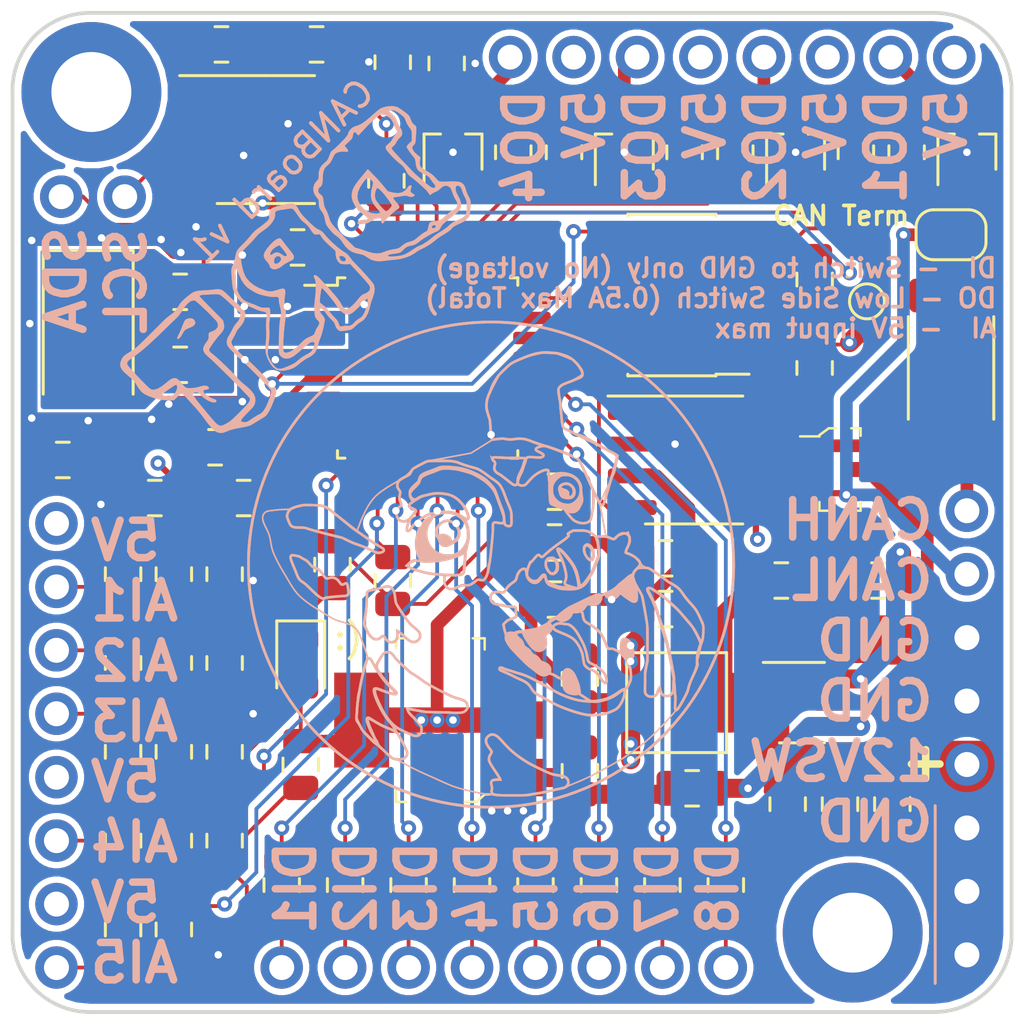
<source format=kicad_pcb>
(kicad_pcb (version 20171130) (host pcbnew "(5.1.9)-1")
  (title_block (title CANBoard) (date 2020-12-02) (rev v1) (comment 4 "Cory Grant"))
  (layers (0 F.Cu signal) (1 In1.Cu power) (2 In2.Cu power) (31 B.Cu signal) (34 B.Paste user) (35 F.Paste user) (36 B.SilkS user) (37 F.SilkS user) (38 B.Mask user) (39 F.Mask user) (44 Edge.Cuts user))
  (net 0 "")
  (net 1 +5V)
  (net 2 GND)
  (net 3 "Net-(C2-Pad1)")
  (net 4 "Net-(C3-Pad1)")
  (net 5 /MCU/NRST)
  (net 6 +3V3)
  (net 7 /Inputs/AI4)
  (net 8 /Inputs/AI5)
  (net 9 /Inputs/AI2)
  (net 10 /Inputs/AI3)
  (net 11 /Inputs/AI1)
  (net 12 /MCU/CAN_H)
  (net 13 /MCU/CAN_L)
  (net 14 "Net-(FB1-Pad2)")
  (net 15 +12V)
  (net 16 /Inputs/RAW_AI5)
  (net 17 /Inputs/RAW_AI4)
  (net 18 /Inputs/RAW_AI3)
  (net 19 /Inputs/RAW_AI1)
  (net 20 /Inputs/RAW_DI8)
  (net 21 /Inputs/RAW_DI7)
  (net 22 /Inputs/RAW_DI6)
  (net 23 /Inputs/RAW_DI5)
  (net 24 /Inputs/RAW_DI4)
  (net 25 /Inputs/RAW_DI3)
  (net 26 /Inputs/RAW_DI2)
  (net 27 /Inputs/RAW_DI1)
  (net 28 /Outputs/DIGOUT4)
  (net 29 /Outputs/DIGOUT3)
  (net 30 /Outputs/DIGOUT2)
  (net 31 /Outputs/DIGOUT1)
  (net 32 "Net-(J5-Pad9)")
  (net 33 "Net-(J5-Pad8)")
  (net 34 "Net-(J5-Pad7)")
  (net 35 "Net-(J5-Pad6)")
  (net 36 /MCU/SWCLK)
  (net 37 /MCU/SWDIO)
  (net 38 "Net-(JP1-Pad2)")
  (net 39 "Net-(Q1-Pad1)")
  (net 40 "Net-(Q2-Pad1)")
  (net 41 "Net-(Q3-Pad1)")
  (net 42 "Net-(Q4-Pad1)")
  (net 43 /MCU/CAN_TX)
  (net 44 "Net-(R2-Pad1)")
  (net 45 /MCU/DO1)
  (net 46 /MCU/DO3)
  (net 47 /MCU/DO4)
  (net 48 /MCU/DO2)
  (net 49 /Inputs/DI1)
  (net 50 /Inputs/DI2)
  (net 51 /Inputs/DI3)
  (net 52 /Inputs/DI4)
  (net 53 /Inputs/DI5)
  (net 54 /Inputs/DI6)
  (net 55 /Inputs/DI7)
  (net 56 /Inputs/DI8)
  (net 57 /Inputs/RAW_AI2)
  (net 58 /MCU/CAN_RX)
  (net 59 "Net-(C19-Pad2)")
  (net 60 "Net-(C19-Pad1)")
  (net 61 "Net-(R30-Pad2)")
  (net 62 "Net-(R31-Pad1)")
  (net 63 "Net-(U4-Pad5)")
  (net 64 /MCU/I2C_SCL)
  (net 65 /MCU/I2C_SDA)
  (net 66 "Net-(D2-Pad1)")
  (module Package_SO:SOIC-8_3.9x4.9mm_P1.27mm (layer F.Cu) (at 145.288 80.899)
    (fp_text reference U1 hide)
    (fp_text value MCP2562-H-SN hide)
    (pad 8 smd roundrect (at 2.475 -1.905) (size 1.95 0.6) (layers F.Cu F.Paste F.Mask) (net 2 GND))
    (pad 7 smd roundrect (at 2.475 -0.635) (size 1.95 0.6) (layers F.Cu F.Paste F.Mask) (net 12 /MCU/CAN_H))
    (pad 6 smd roundrect (at 2.475 0.635) (size 1.95 0.6) (layers F.Cu F.Paste F.Mask) (net 13 /MCU/CAN_L))
    (pad 5 smd roundrect (at 2.475 1.905) (size 1.95 0.6) (layers F.Cu F.Paste F.Mask) (net 6 +3V3))
    (pad 4 smd roundrect (at -2.475 1.905) (size 1.95 0.6) (layers F.Cu F.Paste F.Mask) (net 58 /MCU/CAN_RX))
    (pad 3 smd roundrect (at -2.475 0.635) (size 1.95 0.6) (layers F.Cu F.Paste F.Mask) (net 1 +5V))
    (pad 2 smd roundrect (at -2.475 -0.635) (size 1.95 0.6) (layers F.Cu F.Paste F.Mask) (net 2 GND))
    (pad 1 smd roundrect (at -2.475 -1.905) (size 1.95 0.6) (layers F.Cu F.Paste F.Mask) (net 43 /MCU/CAN_TX))
  )
  (module LED_SMD:LED_0805_2012Metric (layer F.Cu) (at 129.54 89.027 270)
    (fp_text reference D2 hide)
    (fp_text value LED_Small hide)
    (pad 2 smd roundrect (at 0.9375 0 270) (size 0.975 1.4) (layers F.Cu F.Paste F.Mask) (net 6 +3V3))
    (pad 1 smd roundrect (at -0.9375 0 270) (size 0.975 1.4) (layers F.Cu F.Paste F.Mask) (net 66 "Net-(D2-Pad1)"))
  )
  (module Resistor_SMD:R_0805_2012Metric (layer F.Cu) (at 130.81 85.09 270)
    (fp_text reference R35 hide)
    (fp_text value 120R hide)
    (pad 2 smd roundrect (at 0.9375 0 270) (size 0.975 1.4) (layers F.Cu F.Paste F.Mask) (net 66 "Net-(D2-Pad1)"))
    (pad 1 smd roundrect (at -0.9375 0 270) (size 0.975 1.4) (layers F.Cu F.Paste F.Mask) (net 2 GND))
  )
  (module Connector_PinHeader_2.54mm:PinHeader_1x08_P2.54mm_Vertical (layer F.Cu) (at 155.702 64.77 270)
    (fp_text reference J4 hide)
    (fp_text value Conn_01x08 hide)
    (pad 8 thru_hole oval (at 0 17.78 270) (size 1.7 1.7) (drill 1) (layers *.Cu *.Mask) (net 28 /Outputs/DIGOUT4))
    (pad 7 thru_hole oval (at 0 15.24 270) (size 1.7 1.7) (drill 1) (layers *.Cu *.Mask) (net 1 +5V))
    (pad 6 thru_hole oval (at 0 12.7 270) (size 1.7 1.7) (drill 1) (layers *.Cu *.Mask) (net 29 /Outputs/DIGOUT3))
    (pad 5 thru_hole oval (at 0 10.16 270) (size 1.7 1.7) (drill 1) (layers *.Cu *.Mask) (net 1 +5V))
    (pad 4 thru_hole oval (at 0 7.62 270) (size 1.7 1.7) (drill 1) (layers *.Cu *.Mask) (net 30 /Outputs/DIGOUT2))
    (pad 3 thru_hole oval (at 0 5.08 270) (size 1.7 1.7) (drill 1) (layers *.Cu *.Mask) (net 1 +5V))
    (pad 2 thru_hole oval (at 0 2.54 270) (size 1.7 1.7) (drill 1) (layers *.Cu *.Mask) (net 31 /Outputs/DIGOUT1))
    (pad 1 thru_hole circle (at 0 0 270) (size 1.7 1.7) (drill 1) (layers *.Cu *.Mask) (net 1 +5V))
  )
  (module Connector_PinHeader_2.54mm:PinHeader_1x02_P2.54mm_Vertical (layer F.Cu) (at 119.9515 70.358 90)
    (fp_text reference J6 hide)
    (fp_text value Conn_01x02 hide)
    (pad 2 thru_hole oval (at 0 2.54 90) (size 1.7 1.7) (drill 1) (layers *.Cu *.Mask) (net 64 /MCU/I2C_SCL))
    (pad 1 thru_hole circle (at 0 0 90) (size 1.7 1.7) (drill 1) (layers *.Cu *.Mask) (net 65 /MCU/I2C_SDA))
  )
  (module Connector_PinHeader_2.54mm:PinHeader_1x08_P2.54mm_Vertical (layer F.Cu) (at 156.21 82.931)
    (fp_text reference J1 hide)
    (fp_text value Conn_01x08 hide)
    (pad 8 thru_hole oval (at 0 17.78) (size 1.7 1.7) (drill 1) (layers *.Cu *.Mask) (net 2 GND))
    (pad 7 thru_hole oval (at 0 15.24) (size 1.7 1.7) (drill 1) (layers *.Cu *.Mask) (net 2 GND))
    (pad 6 thru_hole oval (at 0 12.7) (size 1.7 1.7) (drill 1) (layers *.Cu *.Mask) (net 2 GND))
    (pad 5 thru_hole oval (at 0 10.16) (size 1.7 1.7) (drill 1) (layers *.Cu *.Mask) (net 15 +12V))
    (pad 4 thru_hole oval (at 0 7.62) (size 1.7 1.7) (drill 1) (layers *.Cu *.Mask) (net 2 GND))
    (pad 3 thru_hole oval (at 0 5.08) (size 1.7 1.7) (drill 1) (layers *.Cu *.Mask) (net 2 GND))
    (pad 2 thru_hole oval (at 0 2.54) (size 1.7 1.7) (drill 1) (layers *.Cu *.Mask) (net 13 /MCU/CAN_L))
    (pad 1 thru_hole circle (at 0 0) (size 1.7 1.7) (drill 1) (layers *.Cu *.Mask) (net 12 /MCU/CAN_H))
  )
  (module Connector_PinHeader_2.54mm:PinHeader_1x08_P2.54mm_Vertical (layer F.Cu) (at 119.761 83.439)
    (fp_text reference J2 hide)
    (fp_text value Conn_01x08 hide)
    (pad 8 thru_hole oval (at 0 17.78) (size 1.7 1.7) (drill 1) (layers *.Cu *.Mask) (net 16 /Inputs/RAW_AI5))
    (pad 7 thru_hole oval (at 0 15.24) (size 1.7 1.7) (drill 1) (layers *.Cu *.Mask) (net 1 +5V))
    (pad 6 thru_hole oval (at 0 12.7) (size 1.7 1.7) (drill 1) (layers *.Cu *.Mask) (net 17 /Inputs/RAW_AI4))
    (pad 5 thru_hole oval (at 0 10.16) (size 1.7 1.7) (drill 1) (layers *.Cu *.Mask) (net 1 +5V))
    (pad 4 thru_hole oval (at 0 7.62) (size 1.7 1.7) (drill 1) (layers *.Cu *.Mask) (net 18 /Inputs/RAW_AI3))
    (pad 3 thru_hole oval (at 0 5.08) (size 1.7 1.7) (drill 1) (layers *.Cu *.Mask) (net 57 /Inputs/RAW_AI2))
    (pad 2 thru_hole oval (at 0 2.54) (size 1.7 1.7) (drill 1) (layers *.Cu *.Mask) (net 19 /Inputs/RAW_AI1))
    (pad 1 thru_hole circle (at 0 0) (size 1.7 1.7) (drill 1) (layers *.Cu *.Mask) (net 1 +5V))
  )
  (module Connector_PinHeader_2.54mm:PinHeader_1x08_P2.54mm_Vertical (layer F.Cu) (at 128.778 101.219 90)
    (fp_text reference J3 hide)
    (fp_text value Conn_01x08 hide)
    (pad 8 thru_hole oval (at 0 17.78 90) (size 1.7 1.7) (drill 1) (layers *.Cu *.Mask) (net 20 /Inputs/RAW_DI8))
    (pad 7 thru_hole oval (at 0 15.24 90) (size 1.7 1.7) (drill 1) (layers *.Cu *.Mask) (net 21 /Inputs/RAW_DI7))
    (pad 6 thru_hole oval (at 0 12.7 90) (size 1.7 1.7) (drill 1) (layers *.Cu *.Mask) (net 22 /Inputs/RAW_DI6))
    (pad 5 thru_hole oval (at 0 10.16 90) (size 1.7 1.7) (drill 1) (layers *.Cu *.Mask) (net 23 /Inputs/RAW_DI5))
    (pad 4 thru_hole oval (at 0 7.62 90) (size 1.7 1.7) (drill 1) (layers *.Cu *.Mask) (net 24 /Inputs/RAW_DI4))
    (pad 3 thru_hole oval (at 0 5.08 90) (size 1.7 1.7) (drill 1) (layers *.Cu *.Mask) (net 25 /Inputs/RAW_DI3))
    (pad 2 thru_hole oval (at 0 2.54 90) (size 1.7 1.7) (drill 1) (layers *.Cu *.Mask) (net 26 /Inputs/RAW_DI2))
    (pad 1 thru_hole circle (at 0 0 90) (size 1.7 1.7) (drill 1) (layers *.Cu *.Mask) (net 27 /Inputs/RAW_DI1))
  )
  (module DRTLogo:DingoFaceNoFill (layer B.Cu) (at 137.16 85.09 180)
    (fp_text reference G2 hide)
    (fp_text value DRT_Logo hide)
  )
  (module DRTLogo:DRTLogo (layer B.Cu) (at 129.6035 73.7235 225)
    (fp_text reference G1 hide)
    (fp_text value DRT_Logo hide)
  )
  (module TestPoint:TestPoint_Pad_D1.0mm (layer F.Cu) (at 152.2095 74.549)
    (fp_text reference TP1 hide)
    (fp_text value 3V3TP hide)
    (pad 1 smd circle (at 0 0) (size 1 1) (layers F.Cu F.Mask) (net 6 +3V3))
  )
  (module Inductors_SMD:Wuerth_LHMI (layer F.Cu) (at 144.5895 90.6145)
    (fp_text reference L1 hide)
    (fp_text value 5.6uH hide)
    (pad 2 smd roundrect (at 1.85 0 90) (size 2.4 1.5) (layers F.Cu F.Paste F.Mask) (net 60 "Net-(C19-Pad1)"))
    (pad 1 smd roundrect (at -1.85 0 90) (size 2.4 1.5) (layers F.Cu F.Paste F.Mask) (net 1 +5V))
  )
  (module Resistor_SMD:R_0805_2012Metric (layer F.Cu) (at 126.365 64.262)
    (fp_text reference R34 hide)
    (fp_text value 10K hide)
    (pad 2 smd roundrect (at 0.9375 0) (size 0.975 1.4) (layers F.Cu F.Paste F.Mask) (net 6 +3V3))
    (pad 1 smd roundrect (at -0.9375 0) (size 0.975 1.4) (layers F.Cu F.Paste F.Mask) (net 64 /MCU/I2C_SCL))
  )
  (module Resistor_SMD:R_0805_2012Metric (layer F.Cu) (at 132.969 69.723 90)
    (fp_text reference R33 hide)
    (fp_text value 10K hide)
    (pad 2 smd roundrect (at 0.9375 0 90) (size 0.975 1.4) (layers F.Cu F.Paste F.Mask) (net 6 +3V3))
    (pad 1 smd roundrect (at -0.9375 0 90) (size 0.975 1.4) (layers F.Cu F.Paste F.Mask) (net 65 /MCU/I2C_SDA))
  )
  (module MountingHole:MountingHole_3.2mm_M3_DIN965_Pad (layer F.Cu) (at 121.158 66.167)
    (fp_text reference H2 hide)
    (fp_text value MountingHole hide)
    (pad 1 thru_hole circle (at 0 0) (size 5.6 5.6) (drill 3.2) (layers *.Cu *.Mask))
  )
  (module MountingHole:MountingHole_3.2mm_M3_DIN965_Pad (layer F.Cu) (at 151.638 99.822)
    (fp_text reference H1 hide)
    (fp_text value MountingHole hide)
    (pad 1 thru_hole circle (at 0 0) (size 5.6 5.6) (drill 3.2) (layers *.Cu *.Mask))
  )
  (module digikey-footprints:SOT-223 (layer F.Cu) (at 135.128 91.313 90)
    (fp_text reference U5 hide)
    (fp_text value LD1117S33CTR hide)
    (pad 4 smd rect (at 0 -3.15 90) (size 3.8 2.2) (layers F.Cu F.Paste F.Mask) (net 6 +3V3))
    (pad 1 smd rect (at -2.3 3.15 90) (size 1.5 2.2) (layers F.Cu F.Paste F.Mask) (net 2 GND))
    (pad 2 smd rect (at 0 3.15 90) (size 1.5 2.2) (layers F.Cu F.Paste F.Mask) (net 6 +3V3))
    (pad 3 smd rect (at 2.3 3.15 90) (size 1.5 2.2) (layers F.Cu F.Paste F.Mask) (net 1 +5V))
  )
  (module Capacitor_SMD:C_0805_2012Metric (layer F.Cu) (at 129.54 93.091 270)
    (fp_text reference C23 hide)
    (fp_text value 10uF hide)
    (pad 2 smd roundrect (at 0.9375 0 270) (size 0.975 1.4) (layers F.Cu F.Paste F.Mask) (net 2 GND))
    (pad 1 smd roundrect (at -0.9375 0 270) (size 0.975 1.4) (layers F.Cu F.Paste F.Mask) (net 6 +3V3))
  )
  (module Capacitor_SMD:C_0805_2012Metric (layer F.Cu) (at 139.7 86.487)
    (fp_text reference C22 hide)
    (fp_text value 100nF hide)
    (pad 2 smd roundrect (at 0.9375 0) (size 0.975 1.4) (layers F.Cu F.Paste F.Mask) (net 2 GND))
    (pad 1 smd roundrect (at -0.9375 0) (size 0.975 1.4) (layers F.Cu F.Paste F.Mask) (net 1 +5V))
  )
  (module Package_TO_SOT_SMD:SOT-23-6 (layer F.Cu) (at 149.606 90.6145)
    (fp_text reference U4 hide)
    (fp_text value TPS56339DDCR hide)
    (pad 5 smd rect (at 1.1 0) (size 1.06 0.65) (layers F.Cu F.Paste F.Mask) (net 63 "Net-(U4-Pad5)"))
    (pad 6 smd rect (at 1.1 -0.95) (size 1.06 0.65) (layers F.Cu F.Paste F.Mask) (net 61 "Net-(R30-Pad2)"))
    (pad 4 smd rect (at 1.1 0.95) (size 1.06 0.65) (layers F.Cu F.Paste F.Mask) (net 62 "Net-(R31-Pad1)"))
    (pad 3 smd rect (at -1.1 0.95) (size 1.06 0.65) (layers F.Cu F.Paste F.Mask) (net 15 +12V))
    (pad 2 smd rect (at -1.1 0) (size 1.06 0.65) (layers F.Cu F.Paste F.Mask) (net 60 "Net-(C19-Pad1)"))
    (pad 1 smd rect (at -1.1 -0.95) (size 1.06 0.65) (layers F.Cu F.Paste F.Mask) (net 2 GND))
  )
  (module Resistor_SMD:R_0805_2012Metric (layer F.Cu) (at 145.2095 94.0435)
    (fp_text reference R32 hide)
    (fp_text value 10K hide)
    (pad 2 smd roundrect (at 0.9375 0) (size 0.975 1.4) (layers F.Cu F.Paste F.Mask) (net 62 "Net-(R31-Pad1)"))
    (pad 1 smd roundrect (at -0.9375 0) (size 0.975 1.4) (layers F.Cu F.Paste F.Mask) (net 2 GND))
  )
  (module Resistor_SMD:R_0805_2012Metric (layer F.Cu) (at 144.145 86.868 180)
    (fp_text reference R31 hide)
    (fp_text value 52.3K hide)
    (pad 2 smd roundrect (at 0.9375 0 180) (size 0.975 1.4) (layers F.Cu F.Paste F.Mask) (net 1 +5V))
    (pad 1 smd roundrect (at -0.9375 0 180) (size 0.975 1.4) (layers F.Cu F.Paste F.Mask) (net 62 "Net-(R31-Pad1)"))
  )
  (module Resistor_SMD:R_0805_2012Metric (layer F.Cu) (at 152.654 85.725)
    (fp_text reference R30 hide)
    (fp_text value 30R hide)
    (pad 2 smd roundrect (at 0.9375 0) (size 0.975 1.4) (layers F.Cu F.Paste F.Mask) (net 61 "Net-(R30-Pad2)"))
    (pad 1 smd roundrect (at -0.9375 0) (size 0.975 1.4) (layers F.Cu F.Paste F.Mask) (net 59 "Net-(C19-Pad2)"))
  )
  (module Capacitor_SMD:C_0805_2012Metric (layer F.Cu) (at 140.716 93.345 270)
    (fp_text reference C21 hide)
    (fp_text value 22uF hide)
    (pad 2 smd roundrect (at 0.9375 0 270) (size 0.975 1.4) (layers F.Cu F.Paste F.Mask) (net 2 GND))
    (pad 1 smd roundrect (at -0.9375 0 270) (size 0.975 1.4) (layers F.Cu F.Paste F.Mask) (net 1 +5V))
  )
  (module Capacitor_SMD:C_0805_2012Metric (layer F.Cu) (at 140.716 89.662 90)
    (fp_text reference C20 hide)
    (fp_text value 22uF hide)
    (pad 2 smd roundrect (at 0.9375 0 90) (size 0.975 1.4) (layers F.Cu F.Paste F.Mask) (net 2 GND))
    (pad 1 smd roundrect (at -0.9375 0 90) (size 0.975 1.4) (layers F.Cu F.Paste F.Mask) (net 1 +5V))
  )
  (module Capacitor_SMD:C_0805_2012Metric (layer F.Cu) (at 148.7805 85.725)
    (fp_text reference C19 hide)
    (fp_text value 100nF hide)
    (pad 2 smd roundrect (at 0.9375 0) (size 0.975 1.4) (layers F.Cu F.Paste F.Mask) (net 59 "Net-(C19-Pad2)"))
    (pad 1 smd roundrect (at -0.9375 0) (size 0.975 1.4) (layers F.Cu F.Paste F.Mask) (net 60 "Net-(C19-Pad1)"))
  )
  (module Capacitor_SMD:C_0805_2012Metric (layer F.Cu) (at 151.13 94.6785 270)
    (fp_text reference C18 hide)
    (fp_text value 100nF hide)
    (pad 2 smd roundrect (at 0.9375 0 270) (size 0.975 1.4) (layers F.Cu F.Paste F.Mask) (net 2 GND))
    (pad 1 smd roundrect (at -0.9375 0 270) (size 0.975 1.4) (layers F.Cu F.Paste F.Mask) (net 15 +12V))
  )
  (module Capacitor_SMD:C_0805_2012Metric (layer F.Cu) (at 153.2255 94.6785 270)
    (fp_text reference C8 hide)
    (fp_text value 10uF hide)
    (pad 2 smd roundrect (at 0.9375 0 270) (size 0.975 1.4) (layers F.Cu F.Paste F.Mask) (net 2 GND))
    (pad 1 smd roundrect (at -0.9375 0 270) (size 0.975 1.4) (layers F.Cu F.Paste F.Mask) (net 15 +12V))
  )
  (module Capacitor_SMD:C_0805_2012Metric (layer F.Cu) (at 149.0345 94.6785 270)
    (fp_text reference C7 hide)
    (fp_text value 10uF hide)
    (pad 2 smd roundrect (at 0.9375 0 270) (size 0.975 1.4) (layers F.Cu F.Paste F.Mask) (net 2 GND))
    (pad 1 smd roundrect (at -0.9375 0 270) (size 0.975 1.4) (layers F.Cu F.Paste F.Mask) (net 15 +12V))
  )
  (module Resistor_SMD:R_2512_6332Metric (layer F.Cu) (at 155.575 77.216 90)
    (fp_text reference R3 hide)
    (fp_text value "120R 2W" hide)
    (pad 2 smd roundrect (at 2.9 0 90) (size 1.35 3.35) (layers F.Cu F.Paste F.Mask) (roundrect_rratio 0.185185) (net 38 "Net-(JP1-Pad2)"))
    (pad 1 smd roundrect (at -2.9 0 90) (size 1.35 3.35) (layers F.Cu F.Paste F.Mask) (roundrect_rratio 0.185185) (net 12 /MCU/CAN_H))
  )
  (module Crystal:Crystal_SMD_5032-2Pin_5.0x3.2mm (layer F.Cu) (at 121.031 75.565 270)
    (fp_text reference Y1 hide)
    (fp_text value 8mHz hide)
    (pad 2 smd rect (at 1.85 0 270) (size 2 2.4) (layers F.Cu F.Paste F.Mask) (net 4 "Net-(C3-Pad1)"))
    (pad 1 smd rect (at -1.85 0 270) (size 2 2.4) (layers F.Cu F.Paste F.Mask) (net 3 "Net-(C2-Pad1)"))
  )
  (module Package_SO:SOIC-8_3.9x4.9mm_P1.27mm (layer F.Cu) (at 128.143 68.072)
    (fp_text reference U3 hide)
    (fp_text value MB85RC256V hide)
    (pad 8 smd roundrect (at 2.475 -1.905) (size 1.95 0.6) (layers F.Cu F.Paste F.Mask) (net 6 +3V3))
    (pad 7 smd roundrect (at 2.475 -0.635) (size 1.95 0.6) (layers F.Cu F.Paste F.Mask) (net 2 GND))
    (pad 6 smd roundrect (at 2.475 0.635) (size 1.95 0.6) (layers F.Cu F.Paste F.Mask) (net 64 /MCU/I2C_SCL))
    (pad 5 smd roundrect (at 2.475 1.905) (size 1.95 0.6) (layers F.Cu F.Paste F.Mask) (net 65 /MCU/I2C_SDA))
    (pad 4 smd roundrect (at -2.475 1.905) (size 1.95 0.6) (layers F.Cu F.Paste F.Mask) (net 2 GND))
    (pad 3 smd roundrect (at -2.475 0.635) (size 1.95 0.6) (layers F.Cu F.Paste F.Mask) (net 2 GND))
    (pad 2 smd roundrect (at -2.475 -0.635) (size 1.95 0.6) (layers F.Cu F.Paste F.Mask) (net 2 GND))
    (pad 1 smd roundrect (at -2.475 -1.905) (size 1.95 0.6) (layers F.Cu F.Paste F.Mask) (net 2 GND))
  )
  (module Package_QFP:LQFP-32_7x7mm_P0.8mm (layer F.Cu) (at 134.62 77.216)
    (fp_text reference U2 hide)
    (fp_text value STM32F303K8Tx hide)
    (pad 32 smd roundrect (at -2.8 -4.175) (size 0.5 1.5) (layers F.Cu F.Paste F.Mask) (net 2 GND))
    (pad 31 smd roundrect (at -2 -4.175) (size 0.5 1.5) (layers F.Cu F.Paste F.Mask) (net 44 "Net-(R2-Pad1)"))
    (pad 30 smd roundrect (at -1.2 -4.175) (size 0.5 1.5) (layers F.Cu F.Paste F.Mask) (net 65 /MCU/I2C_SDA))
    (pad 29 smd roundrect (at -0.4 -4.175) (size 0.5 1.5) (layers F.Cu F.Paste F.Mask) (net 64 /MCU/I2C_SCL))
    (pad 28 smd roundrect (at 0.4 -4.175) (size 0.5 1.5) (layers F.Cu F.Paste F.Mask) (net 47 /MCU/DO4))
    (pad 27 smd roundrect (at 1.2 -4.175) (size 0.5 1.5) (layers F.Cu F.Paste F.Mask) (net 46 /MCU/DO3))
    (pad 26 smd roundrect (at 2 -4.175) (size 0.5 1.5) (layers F.Cu F.Paste F.Mask) (net 48 /MCU/DO2))
    (pad 25 smd roundrect (at 2.8 -4.175) (size 0.5 1.5) (layers F.Cu F.Paste F.Mask) (net 45 /MCU/DO1))
    (pad 24 smd roundrect (at 4.175 -2.8) (size 1.5 0.5) (layers F.Cu F.Paste F.Mask) (net 36 /MCU/SWCLK))
    (pad 23 smd roundrect (at 4.175 -2) (size 1.5 0.5) (layers F.Cu F.Paste F.Mask) (net 37 /MCU/SWDIO))
    (pad 22 smd roundrect (at 4.175 -1.2) (size 1.5 0.5) (layers F.Cu F.Paste F.Mask) (net 43 /MCU/CAN_TX))
    (pad 21 smd roundrect (at 4.175 -0.4) (size 1.5 0.5) (layers F.Cu F.Paste F.Mask) (net 58 /MCU/CAN_RX))
    (pad 20 smd roundrect (at 4.175 0.4) (size 1.5 0.5) (layers F.Cu F.Paste F.Mask) (net 56 /Inputs/DI8))
    (pad 19 smd roundrect (at 4.175 1.2) (size 1.5 0.5) (layers F.Cu F.Paste F.Mask) (net 55 /Inputs/DI7))
    (pad 18 smd roundrect (at 4.175 2) (size 1.5 0.5) (layers F.Cu F.Paste F.Mask) (net 54 /Inputs/DI6))
    (pad 17 smd roundrect (at 4.175 2.8) (size 1.5 0.5) (layers F.Cu F.Paste F.Mask) (net 6 +3V3))
    (pad 16 smd roundrect (at 2.8 4.175) (size 0.5 1.5) (layers F.Cu F.Paste F.Mask) (net 2 GND))
    (pad 15 smd roundrect (at 2 4.175) (size 0.5 1.5) (layers F.Cu F.Paste F.Mask) (net 53 /Inputs/DI5))
    (pad 14 smd roundrect (at 1.2 4.175) (size 0.5 1.5) (layers F.Cu F.Paste F.Mask) (net 52 /Inputs/DI4))
    (pad 13 smd roundrect (at 0.4 4.175) (size 0.5 1.5) (layers F.Cu F.Paste F.Mask) (net 51 /Inputs/DI3))
    (pad 12 smd roundrect (at -0.4 4.175) (size 0.5 1.5) (layers F.Cu F.Paste F.Mask) (net 50 /Inputs/DI2))
    (pad 11 smd roundrect (at -1.2 4.175) (size 0.5 1.5) (layers F.Cu F.Paste F.Mask) (net 49 /Inputs/DI1))
    (pad 10 smd roundrect (at -2 4.175) (size 0.5 1.5) (layers F.Cu F.Paste F.Mask) (net 8 /Inputs/AI5))
    (pad 9 smd roundrect (at -2.8 4.175) (size 0.5 1.5) (layers F.Cu F.Paste F.Mask) (net 7 /Inputs/AI4))
    (pad 8 smd roundrect (at -4.175 2.8) (size 1.5 0.5) (layers F.Cu F.Paste F.Mask) (net 10 /Inputs/AI3))
    (pad 7 smd roundrect (at -4.175 2) (size 1.5 0.5) (layers F.Cu F.Paste F.Mask) (net 9 /Inputs/AI2))
    (pad 6 smd roundrect (at -4.175 1.2) (size 1.5 0.5) (layers F.Cu F.Paste F.Mask) (net 11 /Inputs/AI1))
    (pad 5 smd roundrect (at -4.175 0.4) (size 1.5 0.5) (layers F.Cu F.Paste F.Mask) (net 14 "Net-(FB1-Pad2)"))
    (pad 4 smd roundrect (at -4.175 -0.4) (size 1.5 0.5) (layers F.Cu F.Paste F.Mask) (net 5 /MCU/NRST))
    (pad 3 smd roundrect (at -4.175 -1.2) (size 1.5 0.5) (layers F.Cu F.Paste F.Mask) (net 4 "Net-(C3-Pad1)"))
    (pad 2 smd roundrect (at -4.175 -2) (size 1.5 0.5) (layers F.Cu F.Paste F.Mask) (net 3 "Net-(C2-Pad1)"))
    (pad 1 smd roundrect (at -4.175 -2.8) (size 1.5 0.5) (layers F.Cu F.Paste F.Mask) (net 6 +3V3))
  )
  (module Resistor_SMD:R_0805_2012Metric (layer F.Cu) (at 124.46 85.471 90)
    (fp_text reference R29 hide)
    (fp_text value 10K hide)
    (pad 2 smd roundrect (at 0.9375 0 90) (size 0.975 1.4) (layers F.Cu F.Paste F.Mask) (net 11 /Inputs/AI1))
    (pad 1 smd roundrect (at -0.9375 0 90) (size 0.975 1.4) (layers F.Cu F.Paste F.Mask) (net 2 GND))
  )
  (module Resistor_SMD:R_0805_2012Metric (layer F.Cu) (at 124.46 92.583 270)
    (fp_text reference R28 hide)
    (fp_text value 10K hide)
    (pad 2 smd roundrect (at 0.9375 0 270) (size 0.975 1.4) (layers F.Cu F.Paste F.Mask) (net 10 /Inputs/AI3))
    (pad 1 smd roundrect (at -0.9375 0 270) (size 0.975 1.4) (layers F.Cu F.Paste F.Mask) (net 2 GND))
  )
  (module Resistor_SMD:R_0805_2012Metric (layer F.Cu) (at 124.46 89.027 270)
    (fp_text reference R27 hide)
    (fp_text value 10K hide)
    (pad 2 smd roundrect (at 0.9375 0 270) (size 0.975 1.4) (layers F.Cu F.Paste F.Mask) (net 9 /Inputs/AI2))
    (pad 1 smd roundrect (at -0.9375 0 270) (size 0.975 1.4) (layers F.Cu F.Paste F.Mask) (net 2 GND))
  )
  (module Resistor_SMD:R_0805_2012Metric (layer F.Cu) (at 124.46 99.695 90)
    (fp_text reference R26 hide)
    (fp_text value 10K hide)
    (pad 2 smd roundrect (at 0.9375 0 90) (size 0.975 1.4) (layers F.Cu F.Paste F.Mask) (net 8 /Inputs/AI5))
    (pad 1 smd roundrect (at -0.9375 0 90) (size 0.975 1.4) (layers F.Cu F.Paste F.Mask) (net 2 GND))
  )
  (module Resistor_SMD:R_0805_2012Metric (layer F.Cu) (at 124.46 96.139 90)
    (fp_text reference R25 hide)
    (fp_text value 10K hide)
    (pad 2 smd roundrect (at 0.9375 0 90) (size 0.975 1.4) (layers F.Cu F.Paste F.Mask) (net 7 /Inputs/AI4))
    (pad 1 smd roundrect (at -0.9375 0 90) (size 0.975 1.4) (layers F.Cu F.Paste F.Mask) (net 2 GND))
  )
  (module Resistor_SMD:R_0805_2012Metric (layer F.Cu) (at 122.428 85.471 270)
    (fp_text reference R24 hide)
    (fp_text value 4.7K hide)
    (pad 2 smd roundrect (at 0.9375 0 270) (size 0.975 1.4) (layers F.Cu F.Paste F.Mask) (net 19 /Inputs/RAW_AI1))
    (pad 1 smd roundrect (at -0.9375 0 270) (size 0.975 1.4) (layers F.Cu F.Paste F.Mask) (net 11 /Inputs/AI1))
  )
  (module Resistor_SMD:R_0805_2012Metric (layer F.Cu) (at 122.428 92.583 90)
    (fp_text reference R23 hide)
    (fp_text value 4.7K hide)
    (pad 2 smd roundrect (at 0.9375 0 90) (size 0.975 1.4) (layers F.Cu F.Paste F.Mask) (net 18 /Inputs/RAW_AI3))
    (pad 1 smd roundrect (at -0.9375 0 90) (size 0.975 1.4) (layers F.Cu F.Paste F.Mask) (net 10 /Inputs/AI3))
  )
  (module Resistor_SMD:R_0805_2012Metric (layer F.Cu) (at 122.428 89.027 90)
    (fp_text reference R22 hide)
    (fp_text value 4.7K hide)
    (pad 2 smd roundrect (at 0.9375 0 90) (size 0.975 1.4) (layers F.Cu F.Paste F.Mask) (net 57 /Inputs/RAW_AI2))
    (pad 1 smd roundrect (at -0.9375 0 90) (size 0.975 1.4) (layers F.Cu F.Paste F.Mask) (net 9 /Inputs/AI2))
  )
  (module Resistor_SMD:R_0805_2012Metric (layer F.Cu) (at 122.428 99.695 270)
    (fp_text reference R21 hide)
    (fp_text value 4.7K hide)
    (pad 2 smd roundrect (at 0.9375 0 270) (size 0.975 1.4) (layers F.Cu F.Paste F.Mask) (net 16 /Inputs/RAW_AI5))
    (pad 1 smd roundrect (at -0.9375 0 270) (size 0.975 1.4) (layers F.Cu F.Paste F.Mask) (net 8 /Inputs/AI5))
  )
  (module Resistor_SMD:R_0805_2012Metric (layer F.Cu) (at 122.428 96.139 270)
    (fp_text reference R20 hide)
    (fp_text value 4.7K hide)
    (pad 2 smd roundrect (at 0.9375 0 270) (size 0.975 1.4) (layers F.Cu F.Paste F.Mask) (net 17 /Inputs/RAW_AI4))
    (pad 1 smd roundrect (at -0.9375 0 270) (size 0.975 1.4) (layers F.Cu F.Paste F.Mask) (net 7 /Inputs/AI4))
  )
  (module Resistor_SMD:R_0805_2012Metric (layer F.Cu) (at 146.558 97.917 270)
    (fp_text reference R19 hide)
    (fp_text value 10K hide)
    (pad 2 smd roundrect (at 0.9375 0 270) (size 0.975 1.4) (layers F.Cu F.Paste F.Mask) (net 20 /Inputs/RAW_DI8))
    (pad 1 smd roundrect (at -0.9375 0 270) (size 0.975 1.4) (layers F.Cu F.Paste F.Mask) (net 56 /Inputs/DI8))
  )
  (module Resistor_SMD:R_0805_2012Metric (layer F.Cu) (at 144.018 97.917 270)
    (fp_text reference R18 hide)
    (fp_text value 10K hide)
    (pad 2 smd roundrect (at 0.9375 0 270) (size 0.975 1.4) (layers F.Cu F.Paste F.Mask) (net 21 /Inputs/RAW_DI7))
    (pad 1 smd roundrect (at -0.9375 0 270) (size 0.975 1.4) (layers F.Cu F.Paste F.Mask) (net 55 /Inputs/DI7))
  )
  (module Resistor_SMD:R_0805_2012Metric (layer F.Cu) (at 141.478 97.917 270)
    (fp_text reference R17 hide)
    (fp_text value 10K hide)
    (pad 2 smd roundrect (at 0.9375 0 270) (size 0.975 1.4) (layers F.Cu F.Paste F.Mask) (net 22 /Inputs/RAW_DI6))
    (pad 1 smd roundrect (at -0.9375 0 270) (size 0.975 1.4) (layers F.Cu F.Paste F.Mask) (net 54 /Inputs/DI6))
  )
  (module Resistor_SMD:R_0805_2012Metric (layer F.Cu) (at 138.938 97.917 270)
    (fp_text reference R16 hide)
    (fp_text value 10K hide)
    (pad 2 smd roundrect (at 0.9375 0 270) (size 0.975 1.4) (layers F.Cu F.Paste F.Mask) (net 23 /Inputs/RAW_DI5))
    (pad 1 smd roundrect (at -0.9375 0 270) (size 0.975 1.4) (layers F.Cu F.Paste F.Mask) (net 53 /Inputs/DI5))
  )
  (module Resistor_SMD:R_0805_2012Metric (layer F.Cu) (at 136.398 97.917 270)
    (fp_text reference R15 hide)
    (fp_text value 10K hide)
    (pad 2 smd roundrect (at 0.9375 0 270) (size 0.975 1.4) (layers F.Cu F.Paste F.Mask) (net 24 /Inputs/RAW_DI4))
    (pad 1 smd roundrect (at -0.9375 0 270) (size 0.975 1.4) (layers F.Cu F.Paste F.Mask) (net 52 /Inputs/DI4))
  )
  (module Resistor_SMD:R_0805_2012Metric (layer F.Cu) (at 133.858 97.917 270)
    (fp_text reference R14 hide)
    (fp_text value 10K hide)
    (pad 2 smd roundrect (at 0.9375 0 270) (size 0.975 1.4) (layers F.Cu F.Paste F.Mask) (net 25 /Inputs/RAW_DI3))
    (pad 1 smd roundrect (at -0.9375 0 270) (size 0.975 1.4) (layers F.Cu F.Paste F.Mask) (net 51 /Inputs/DI3))
  )
  (module Resistor_SMD:R_0805_2012Metric (layer F.Cu) (at 131.318 97.917 270)
    (fp_text reference R13 hide)
    (fp_text value 10K hide)
    (pad 2 smd roundrect (at 0.9375 0 270) (size 0.975 1.4) (layers F.Cu F.Paste F.Mask) (net 26 /Inputs/RAW_DI2))
    (pad 1 smd roundrect (at -0.9375 0 270) (size 0.975 1.4) (layers F.Cu F.Paste F.Mask) (net 50 /Inputs/DI2))
  )
  (module Resistor_SMD:R_0805_2012Metric (layer F.Cu) (at 128.778 97.917 270)
    (fp_text reference R12 hide)
    (fp_text value 10K hide)
    (pad 2 smd roundrect (at 0.9375 0 270) (size 0.975 1.4) (layers F.Cu F.Paste F.Mask) (net 27 /Inputs/RAW_DI1))
    (pad 1 smd roundrect (at -0.9375 0 270) (size 0.975 1.4) (layers F.Cu F.Paste F.Mask) (net 49 /Inputs/DI1))
  )
  (module Resistor_SMD:R_0805_2012Metric (layer F.Cu) (at 144.907 68.58 90)
    (fp_text reference R11 hide)
    (fp_text value 10K hide)
    (pad 2 smd roundrect (at 0.9375 0 90) (size 0.975 1.4) (layers F.Cu F.Paste F.Mask) (net 42 "Net-(Q4-Pad1)"))
    (pad 1 smd roundrect (at -0.9375 0 90) (size 0.975 1.4) (layers F.Cu F.Paste F.Mask) (net 2 GND))
  )
  (module Resistor_SMD:R_0805_2012Metric (layer F.Cu) (at 135.382 65.024 270)
    (fp_text reference R10 hide)
    (fp_text value 10K hide)
    (pad 2 smd roundrect (at 0.9375 0 270) (size 0.975 1.4) (layers F.Cu F.Paste F.Mask) (net 41 "Net-(Q3-Pad1)"))
    (pad 1 smd roundrect (at -0.9375 0 270) (size 0.975 1.4) (layers F.Cu F.Paste F.Mask) (net 2 GND))
  )
  (module Resistor_SMD:R_0805_2012Metric (layer F.Cu) (at 146.939 68.58 270)
    (fp_text reference R9 hide)
    (fp_text value 10K hide)
    (pad 2 smd roundrect (at 0.9375 0 270) (size 0.975 1.4) (layers F.Cu F.Paste F.Mask) (net 48 /MCU/DO2))
    (pad 1 smd roundrect (at -0.9375 0 270) (size 0.975 1.4) (layers F.Cu F.Paste F.Mask) (net 42 "Net-(Q4-Pad1)"))
  )
  (module Resistor_SMD:R_0805_2012Metric (layer F.Cu) (at 133.223 64.9755 270)
    (fp_text reference R8 hide)
    (fp_text value 10K hide)
    (pad 2 smd roundrect (at 0.9375 0 270) (size 0.975 1.4) (layers F.Cu F.Paste F.Mask) (net 47 /MCU/DO4))
    (pad 1 smd roundrect (at -0.9375 0 270) (size 0.975 1.4) (layers F.Cu F.Paste F.Mask) (net 41 "Net-(Q3-Pad1)"))
  )
  (module Resistor_SMD:R_0805_2012Metric (layer F.Cu) (at 138.049 68.58 90)
    (fp_text reference R7 hide)
    (fp_text value 10K hide)
    (pad 2 smd roundrect (at 0.9375 0 90) (size 0.975 1.4) (layers F.Cu F.Paste F.Mask) (net 40 "Net-(Q2-Pad1)"))
    (pad 1 smd roundrect (at -0.9375 0 90) (size 0.975 1.4) (layers F.Cu F.Paste F.Mask) (net 2 GND))
  )
  (module Resistor_SMD:R_0805_2012Metric (layer F.Cu) (at 153.797 68.58 90)
    (fp_text reference R6 hide)
    (fp_text value 10K hide)
    (pad 2 smd roundrect (at 0.9375 0 90) (size 0.975 1.4) (layers F.Cu F.Paste F.Mask) (net 39 "Net-(Q1-Pad1)"))
    (pad 1 smd roundrect (at -0.9375 0 90) (size 0.975 1.4) (layers F.Cu F.Paste F.Mask) (net 2 GND))
  )
  (module Resistor_SMD:R_0805_2012Metric (layer F.Cu) (at 140.081 68.58 270)
    (fp_text reference R5 hide)
    (fp_text value 10K hide)
    (pad 2 smd roundrect (at 0.9375 0 270) (size 0.975 1.4) (layers F.Cu F.Paste F.Mask) (net 46 /MCU/DO3))
    (pad 1 smd roundrect (at -0.9375 0 270) (size 0.975 1.4) (layers F.Cu F.Paste F.Mask) (net 40 "Net-(Q2-Pad1)"))
  )
  (module Resistor_SMD:R_0805_2012Metric (layer F.Cu) (at 151.765 68.58 270)
    (fp_text reference R4 hide)
    (fp_text value 10K hide)
    (pad 2 smd roundrect (at 0.9375 0 270) (size 0.975 1.4) (layers F.Cu F.Paste F.Mask) (net 45 /MCU/DO1))
    (pad 1 smd roundrect (at -0.9375 0 270) (size 0.975 1.4) (layers F.Cu F.Paste F.Mask) (net 39 "Net-(Q1-Pad1)"))
  )
  (module Resistor_SMD:R_0805_2012Metric (layer F.Cu) (at 150.114 73.675 270)
    (fp_text reference R2 hide)
    (fp_text value 10K hide)
    (pad 2 smd roundrect (at 0.9375 0 270) (size 0.975 1.4) (layers F.Cu F.Paste F.Mask) (net 2 GND))
    (pad 1 smd roundrect (at -0.9375 0 270) (size 0.975 1.4) (layers F.Cu F.Paste F.Mask) (net 44 "Net-(R2-Pad1)"))
  )
  (module Resistor_SMD:R_0805_2012Metric (layer F.Cu) (at 150.114 77.216 90)
    (fp_text reference R1 hide)
    (fp_text value 1K hide)
    (pad 2 smd roundrect (at 0.9375 0 90) (size 0.975 1.4) (layers F.Cu F.Paste F.Mask) (net 6 +3V3))
    (pad 1 smd roundrect (at -0.9375 0 90) (size 0.975 1.4) (layers F.Cu F.Paste F.Mask) (net 43 /MCU/CAN_TX))
  )
  (module Package_TO_SOT_SMD:SOT-323_SC-70 (layer F.Cu) (at 149.352 68.58 90)
    (fp_text reference Q4 hide)
    (fp_text value DMN2004WK hide)
    (pad 3 smd rect (at 1 0) (size 0.45 0.7) (layers F.Cu F.Paste F.Mask) (net 30 /Outputs/DIGOUT2))
    (pad 2 smd rect (at -1 0.65) (size 0.45 0.7) (layers F.Cu F.Paste F.Mask) (net 2 GND))
    (pad 1 smd rect (at -1 -0.65) (size 0.45 0.7) (layers F.Cu F.Paste F.Mask) (net 42 "Net-(Q4-Pad1)"))
  )
  (module Package_TO_SOT_SMD:SOT-323_SC-70 (layer F.Cu) (at 135.636 68.58 90)
    (fp_text reference Q3 hide)
    (fp_text value DMN2004WK hide)
    (pad 3 smd rect (at 1 0) (size 0.45 0.7) (layers F.Cu F.Paste F.Mask) (net 28 /Outputs/DIGOUT4))
    (pad 2 smd rect (at -1 0.65) (size 0.45 0.7) (layers F.Cu F.Paste F.Mask) (net 2 GND))
    (pad 1 smd rect (at -1 -0.65) (size 0.45 0.7) (layers F.Cu F.Paste F.Mask) (net 41 "Net-(Q3-Pad1)"))
  )
  (module Package_TO_SOT_SMD:SOT-323_SC-70 (layer F.Cu) (at 142.494 68.58 90)
    (fp_text reference Q2 hide)
    (fp_text value DMN2004WK hide)
    (pad 3 smd rect (at 1 0) (size 0.45 0.7) (layers F.Cu F.Paste F.Mask) (net 29 /Outputs/DIGOUT3))
    (pad 2 smd rect (at -1 0.65) (size 0.45 0.7) (layers F.Cu F.Paste F.Mask) (net 2 GND))
    (pad 1 smd rect (at -1 -0.65) (size 0.45 0.7) (layers F.Cu F.Paste F.Mask) (net 40 "Net-(Q2-Pad1)"))
  )
  (module Package_TO_SOT_SMD:SOT-323_SC-70 (layer F.Cu) (at 156.21 68.58 90)
    (fp_text reference Q1 hide)
    (fp_text value DMN2004WK hide)
    (pad 3 smd rect (at 1 0) (size 0.45 0.7) (layers F.Cu F.Paste F.Mask) (net 31 /Outputs/DIGOUT1))
    (pad 2 smd rect (at -1 0.65) (size 0.45 0.7) (layers F.Cu F.Paste F.Mask) (net 2 GND))
    (pad 1 smd rect (at -1 -0.65) (size 0.45 0.7) (layers F.Cu F.Paste F.Mask) (net 39 "Net-(Q1-Pad1)"))
  )
  (module Jumper:SolderJumper-2_P1.3mm_Open_RoundedPad1.0x1.5mm (layer F.Cu) (at 155.575 71.882)
    (fp_text reference JP1 hide)
    (fp_text value TERM_SB hide)
    (pad 2 smd custom (at 0.65 0) (size 1 0.5) (layers F.Cu F.Mask) (net 38 "Net-(JP1-Pad2)") (options (clearance outline) (anchor rect)) (primitives (gr_circle (center 0 0.25) (end 0.5 0.25) (width 0)) (gr_circle (center 0 -0.25) (end 0.5 -0.25) (width 0)) (gr_poly (pts (xy 0 -0.75) (xy -0.5 -0.75) (xy -0.5 0.75) (xy 0 0.75)) (width 0))))
    (pad 1 smd custom (at -0.65 0) (size 1 0.5) (layers F.Cu F.Mask) (net 13 /MCU/CAN_L) (options (clearance outline) (anchor rect)) (primitives (gr_circle (center 0 0.25) (end 0.5 0.25) (width 0)) (gr_circle (center 0 -0.25) (end 0.5 -0.25) (width 0)) (gr_poly (pts (xy 0 -0.75) (xy 0.5 -0.75) (xy 0.5 0.75) (xy 0 0.75)) (width 0))))
  )
  (module Connector_PinHeader_1.27mm:PinHeader_2x05_P1.27mm_Vertical_SMD (layer F.Cu) (at 144.399 74.295 180)
    (fp_text reference J5 hide)
    (fp_text value SWD_10 hide)
    (pad 10 smd rect (at 1.95 2.54 180) (size 2.4 0.74) (layers F.Cu F.Paste F.Mask) (net 5 /MCU/NRST))
    (pad 9 smd rect (at -1.95 2.54 180) (size 2.4 0.74) (layers F.Cu F.Paste F.Mask) (net 32 "Net-(J5-Pad9)"))
    (pad 8 smd rect (at 1.95 1.27 180) (size 2.4 0.74) (layers F.Cu F.Paste F.Mask) (net 33 "Net-(J5-Pad8)"))
    (pad 7 smd rect (at -1.95 1.27 180) (size 2.4 0.74) (layers F.Cu F.Paste F.Mask) (net 34 "Net-(J5-Pad7)"))
    (pad 6 smd rect (at 1.95 0 180) (size 2.4 0.74) (layers F.Cu F.Paste F.Mask) (net 35 "Net-(J5-Pad6)"))
    (pad 5 smd rect (at -1.95 0 180) (size 2.4 0.74) (layers F.Cu F.Paste F.Mask) (net 2 GND))
    (pad 4 smd rect (at 1.95 -1.27 180) (size 2.4 0.74) (layers F.Cu F.Paste F.Mask) (net 36 /MCU/SWCLK))
    (pad 3 smd rect (at -1.95 -1.27 180) (size 2.4 0.74) (layers F.Cu F.Paste F.Mask) (net 2 GND))
    (pad 2 smd rect (at 1.95 -2.54 180) (size 2.4 0.74) (layers F.Cu F.Paste F.Mask) (net 37 /MCU/SWDIO))
    (pad 1 smd rect (at -1.95 -2.54 180) (size 2.4 0.74) (layers F.Cu F.Paste F.Mask) (net 6 +3V3))
  )
  (module Resistor_SMD:R_0805_2012Metric (layer F.Cu) (at 126.111 80.391)
    (fp_text reference FB1 hide)
    (fp_text value Ferrite_Bead_Small hide)
    (pad 2 smd roundrect (at 0.9375 0) (size 0.975 1.4) (layers F.Cu F.Paste F.Mask) (net 14 "Net-(FB1-Pad2)"))
    (pad 1 smd roundrect (at -0.9375 0) (size 0.975 1.4) (layers F.Cu F.Paste F.Mask) (net 6 +3V3))
  )
  (module digikey-footprints:SOT-23-3 (layer F.Cu) (at 151.13 81.28)
    (fp_text reference D1 hide)
    (fp_text value NUP2105LT1G hide)
    (pad 1 smd rect (at -1.05 -0.95) (size 1.3 0.6) (layers F.Cu F.Paste F.Mask) (net 12 /MCU/CAN_H))
    (pad 2 smd rect (at -1.05 0.95) (size 1.3 0.6) (layers F.Cu F.Paste F.Mask) (net 13 /MCU/CAN_L))
    (pad 3 smd rect (at 1.05 0) (size 1.3 0.6) (layers F.Cu F.Paste F.Mask) (net 2 GND))
  )
  (module Capacitor_SMD:C_0805_2012Metric (layer F.Cu) (at 126.492 85.471 270)
    (fp_text reference C17 hide)
    (fp_text value 10nF hide)
    (pad 2 smd roundrect (at 0.9375 0 270) (size 0.975 1.4) (layers F.Cu F.Paste F.Mask) (net 2 GND))
    (pad 1 smd roundrect (at -0.9375 0 270) (size 0.975 1.4) (layers F.Cu F.Paste F.Mask) (net 11 /Inputs/AI1))
  )
  (module Capacitor_SMD:C_0805_2012Metric (layer F.Cu) (at 126.492 92.583 90)
    (fp_text reference C16 hide)
    (fp_text value 10nF hide)
    (pad 2 smd roundrect (at 0.9375 0 90) (size 0.975 1.4) (layers F.Cu F.Paste F.Mask) (net 2 GND))
    (pad 1 smd roundrect (at -0.9375 0 90) (size 0.975 1.4) (layers F.Cu F.Paste F.Mask) (net 10 /Inputs/AI3))
  )
  (module Capacitor_SMD:C_0805_2012Metric (layer F.Cu) (at 126.492 89.027 90)
    (fp_text reference C15 hide)
    (fp_text value 10nF hide)
    (pad 2 smd roundrect (at 0.9375 0 90) (size 0.975 1.4) (layers F.Cu F.Paste F.Mask) (net 2 GND))
    (pad 1 smd roundrect (at -0.9375 0 90) (size 0.975 1.4) (layers F.Cu F.Paste F.Mask) (net 9 /Inputs/AI2))
  )
  (module Capacitor_SMD:C_0805_2012Metric (layer F.Cu) (at 133.223 85.725 270)
    (fp_text reference C14 hide)
    (fp_text value 10nF hide)
    (pad 2 smd roundrect (at 0.9375 0 270) (size 0.975 1.4) (layers F.Cu F.Paste F.Mask) (net 2 GND))
    (pad 1 smd roundrect (at -0.9375 0 270) (size 0.975 1.4) (layers F.Cu F.Paste F.Mask) (net 8 /Inputs/AI5))
  )
  (module Capacitor_SMD:C_0805_2012Metric (layer F.Cu) (at 126.492 96.139 270)
    (fp_text reference C13 hide)
    (fp_text value 10nF hide)
    (pad 2 smd roundrect (at 0.9375 0 270) (size 0.975 1.4) (layers F.Cu F.Paste F.Mask) (net 2 GND))
    (pad 1 smd roundrect (at -0.9375 0 270) (size 0.975 1.4) (layers F.Cu F.Paste F.Mask) (net 7 /Inputs/AI4))
  )
  (module Capacitor_SMD:C_0805_2012Metric (layer F.Cu) (at 130.175 64.262 180)
    (fp_text reference C12 hide)
    (fp_text value 100nF hide)
    (pad 2 smd roundrect (at 0.9375 0 180) (size 0.975 1.4) (layers F.Cu F.Paste F.Mask) (net 6 +3V3))
    (pad 1 smd roundrect (at -0.9375 0 180) (size 0.975 1.4) (layers F.Cu F.Paste F.Mask) (net 2 GND))
  )
  (module Capacitor_SMD:C_0805_2012Metric (layer F.Cu) (at 123.698 82.423)
    (fp_text reference C11 hide)
    (fp_text value 1uF hide)
    (pad 2 smd roundrect (at 0.9375 0) (size 0.975 1.4) (layers F.Cu F.Paste F.Mask) (net 6 +3V3))
    (pad 1 smd roundrect (at -0.9375 0) (size 0.975 1.4) (layers F.Cu F.Paste F.Mask) (net 2 GND))
  )
  (module Capacitor_SMD:C_0805_2012Metric (layer F.Cu) (at 127.254 82.423 180)
    (fp_text reference C10 hide)
    (fp_text value 10nF hide)
    (pad 2 smd roundrect (at 0.9375 0 180) (size 0.975 1.4) (layers F.Cu F.Paste F.Mask) (net 6 +3V3))
    (pad 1 smd roundrect (at -0.9375 0 180) (size 0.975 1.4) (layers F.Cu F.Paste F.Mask) (net 2 GND))
  )
  (module Capacitor_SMD:C_0805_2012Metric (layer F.Cu) (at 139.7 84.201 180)
    (fp_text reference C9 hide)
    (fp_text value 4.7uF hide)
    (pad 2 smd roundrect (at 0.9375 0 180) (size 0.975 1.4) (layers F.Cu F.Paste F.Mask) (net 6 +3V3))
    (pad 1 smd roundrect (at -0.9375 0 180) (size 0.975 1.4) (layers F.Cu F.Paste F.Mask) (net 2 GND))
  )
  (module Capacitor_SMD:C_0805_2012Metric (layer F.Cu) (at 129.413 72.39)
    (fp_text reference C6 hide)
    (fp_text value 100nF hide)
    (pad 2 smd roundrect (at 0.9375 0) (size 0.975 1.4) (layers F.Cu F.Paste F.Mask) (net 6 +3V3))
    (pad 1 smd roundrect (at -0.9375 0) (size 0.975 1.4) (layers F.Cu F.Paste F.Mask) (net 2 GND))
  )
  (module Capacitor_SMD:C_0805_2012Metric (layer F.Cu) (at 139.7 82.169 180)
    (fp_text reference C5 hide)
    (fp_text value 100nF hide)
    (pad 2 smd roundrect (at 0.9375 0 180) (size 0.975 1.4) (layers F.Cu F.Paste F.Mask) (net 6 +3V3))
    (pad 1 smd roundrect (at -0.9375 0 180) (size 0.975 1.4) (layers F.Cu F.Paste F.Mask) (net 2 GND))
  )
  (module Capacitor_SMD:C_0805_2012Metric (layer F.Cu) (at 120.015 80.899)
    (fp_text reference C4 hide)
    (fp_text value 100nF hide)
    (pad 2 smd roundrect (at 0.9375 0) (size 0.975 1.4) (layers F.Cu F.Paste F.Mask) (net 5 /MCU/NRST))
    (pad 1 smd roundrect (at -0.9375 0) (size 0.975 1.4) (layers F.Cu F.Paste F.Mask) (net 2 GND))
  )
  (module Capacitor_SMD:C_0805_2012Metric (layer F.Cu) (at 124.714 77.089)
    (fp_text reference C3 hide)
    (fp_text value 27pF hide)
    (pad 2 smd roundrect (at 0.9375 0) (size 0.975 1.4) (layers F.Cu F.Paste F.Mask) (net 2 GND))
    (pad 1 smd roundrect (at -0.9375 0) (size 0.975 1.4) (layers F.Cu F.Paste F.Mask) (net 4 "Net-(C3-Pad1)"))
  )
  (module Capacitor_SMD:C_0805_2012Metric (layer F.Cu) (at 124.714 74.168)
    (fp_text reference C2 hide)
    (fp_text value 27pF hide)
    (pad 2 smd roundrect (at 0.9375 0) (size 0.975 1.4) (layers F.Cu F.Paste F.Mask) (net 2 GND))
    (pad 1 smd roundrect (at -0.9375 0) (size 0.975 1.4) (layers F.Cu F.Paste F.Mask) (net 3 "Net-(C2-Pad1)"))
  )
  (module Capacitor_SMD:C_0805_2012Metric (layer F.Cu) (at 144.145 84.836)
    (fp_text reference C1 hide)
    (fp_text value 100nF hide)
    (pad 2 smd roundrect (at 0.9375 0) (size 0.975 1.4) (layers F.Cu F.Paste F.Mask) (net 1 +5V))
    (pad 1 smd roundrect (at -0.9375 0) (size 0.975 1.4) (layers F.Cu F.Paste F.Mask) (net 2 GND))
  )
  (gr_text ":)" (at 131.445 88.011) (layer F.SilkS) (effects (font (size 1 1))))
  (gr_text + (at 154.559 92.964) (layer F.SilkS) (effects (font (size 1.5 1.5) (thickness 0.3))))
  (gr_line (start 154.94 101.854) (end 154.94 94.742) (layer B.SilkS) (width 0.12))
  (gr_text "SDA\nSCL" (at 121.3485 76.0095 90) (layer B.SilkS) (effects (font (size 1.5 1.5) (thickness 0.3)) (justify right mirror)))
  (gr_text "CAN Term" (at 153.9875 71.12) (layer F.SilkS) (effects (font (size 0.75 0.75)) (justify right)))
  (gr_text "DI  - Switch to GND only (No voltage)\nDO - Low Side Switch (0.5A Max Total)\nAI  - 5V input max" (at 157.48 74.422) (layer B.SilkS) (effects (font (size 0.75 0.75)) (justify left mirror)))
  (gr_text "DO4\n5V\nDO3\n5V\nDO2\n5V\nDO1\n5V" (at 146.939 65.913 90) (layer B.SilkS) (effects (font (size 1.5 1.5) (thickness 0.3)) (justify left mirror)))
  (gr_text "DI1\nDI2\nDI3\nDI4\nDI5\nDI6\nDI7\nDI8" (at 137.795 96.012 90) (layer B.SilkS) (effects (font (size 1.5 1.5) (thickness 0.3)) (justify left mirror)))
  (gr_text "CANH\nCANL\nGND\nGND\n12VSW\nGND" (at 155.0035 89.3445) (layer B.SilkS) (effects (font (size 1.5 1.5) (thickness 0.3)) (justify left mirror)))
  (gr_text "5V\nAI1\nAI2\nAI3\n5V\nAI4\n5V\nAI5" (at 120.9675 92.583) (layer B.SilkS) (effects (font (size 1.5 1.5) (thickness 0.3)) (justify right mirror)))
  (gr_text "CANBoard v1" (at 128.778 69.342 45) (layer B.SilkS) (effects (font (size 1 1)) (justify mirror)))
  (gr_arc (start 154.9 66.1) (end 158 66.1) (angle -90) (layer Edge.Cuts) (width 0.15))
  (gr_arc (start 154.9 99.9) (end 154.9 103) (angle -90) (layer Edge.Cuts) (width 0.15))
  (gr_arc (start 121.1 99.9) (end 118 99.9) (angle -90) (layer Edge.Cuts) (width 0.15))
  (gr_arc (start 121.1 66.1) (end 121.1 63) (angle -90) (layer Edge.Cuts) (width 0.15))
  (gr_line (start 118 99.9) (end 118 66.1) (layer Edge.Cuts) (width 0.15))
  (gr_line (start 154.9 103) (end 121.1 103) (layer Edge.Cuts) (width 0.15))
  (gr_line (start 158 66.1) (end 158 99.9) (layer Edge.Cuts) (width 0.15))
  (gr_line (start 121.1 63) (end 154.9 63) (layer Edge.Cuts) (width 0.15))
  (segment (start 145.0825 82.8285) (end 145.0825 84.836) (width 0.508) (layer F.Cu) (net 1))
  (segment (start 142.813 81.534) (end 143.788 81.534) (width 0.508) (layer F.Cu) (net 1))
  (segment (start 143.788 81.534) (end 145.0825 82.8285) (width 0.508) (layer F.Cu) (net 1))
  (segment (start 138.7625 88.5285) (end 138.278 89.013) (width 0.508) (layer F.Cu) (net 1))
  (segment (start 138.7625 86.487) (end 138.7625 88.5285) (width 0.508) (layer F.Cu) (net 1))
  (segment (start 139.1295 89.013) (end 140.716 90.5995) (width 0.762) (layer F.Cu) (net 1))
  (segment (start 138.278 89.013) (end 139.1295 89.013) (width 0.762) (layer F.Cu) (net 1))
  (segment (start 140.716 92.4075) (end 140.716 91.44) (width 0.762) (layer F.Cu) (net 1))
  (segment (start 140.716 91.44) (end 140.716 90.5995) (width 0.762) (layer F.Cu) (net 1))
  (segment (start 140.731 90.6145) (end 140.716 90.5995) (width 0.762) (layer F.Cu) (net 1))
  (segment (start 142.7395 90.6145) (end 140.731 90.6145) (width 0.762) (layer F.Cu) (net 1))
  (via (at 142.748 88.9635) (size 0.6) (drill 0.3) (layers F.Cu B.Cu) (net 1))
  (via (at 142.748 88.3285) (size 0.6) (drill 0.3) (layers F.Cu B.Cu) (net 1))
  (via (at 142.748 92.2655) (size 0.6) (drill 0.3) (layers F.Cu B.Cu) (net 1))
  (via (at 142.748 92.9005) (size 0.6) (drill 0.3) (layers F.Cu B.Cu) (net 1))
  (segment (start 142.748 90.623) (end 142.7395 90.6145) (width 0.762) (layer F.Cu) (net 1))
  (segment (start 142.748 92.2655) (end 142.748 90.623) (width 0.762) (layer F.Cu) (net 1))
  (segment (start 142.748 92.2655) (end 142.748 92.9005) (width 0.762) (layer F.Cu) (net 1))
  (segment (start 142.748 88.3285) (end 142.748 88.9635) (width 0.762) (layer F.Cu) (net 1))
  (segment (start 142.748 90.606) (end 142.7395 90.6145) (width 0.762) (layer F.Cu) (net 1))
  (segment (start 142.748 88.9635) (end 142.748 90.606) (width 0.762) (layer F.Cu) (net 1))
  (segment (start 143.2075 87.869) (end 142.748 88.3285) (width 0.762) (layer F.Cu) (net 1))
  (segment (start 143.2075 86.868) (end 143.2075 87.869) (width 0.762) (layer F.Cu) (net 1))
  (segment (start 143.2075 86.711) (end 143.2075 86.868) (width 0.508) (layer F.Cu) (net 1))
  (segment (start 145.0825 84.836) (end 143.2075 86.711) (width 0.508) (layer F.Cu) (net 1))
  (via (at 121.031 79.3242) (size 0.6) (drill 0.3) (layers F.Cu B.Cu) (net 2))
  (via (at 121.5644 72.009) (size 0.6) (drill 0.3) (layers F.Cu B.Cu) (net 2))
  (via (at 118.7704 72.1106) (size 0.6) (drill 0.3) (layers F.Cu B.Cu) (net 2))
  (segment (start 118.745 72.0725) (end 118.745 75.6285) (width 0.508) (layer F.Cu) (net 2))
  (via (at 118.6942 75.438) (size 0.6) (drill 0.3) (layers F.Cu B.Cu) (net 2))
  (segment (start 118.745 72.0725) (end 121.031 72.0725) (width 0.508) (layer F.Cu) (net 2))
  (segment (start 122.936 79.248) (end 121.031 79.248) (width 0.508) (layer F.Cu) (net 2))
  (via (at 123.571 79.2734) (size 0.6) (drill 0.3) (layers F.Cu B.Cu) (net 2))
  (segment (start 123.571 79.248) (end 122.936 79.248) (width 0.508) (layer F.Cu) (net 2))
  (via (at 127.2032 78.5622) (size 0.6) (drill 0.3) (layers F.Cu B.Cu) (net 2))
  (via (at 127.3048 76.8858) (size 0.6) (drill 0.3) (layers F.Cu B.Cu) (net 2))
  (via (at 127.2794 74.7522) (size 0.6) (drill 0.3) (layers F.Cu B.Cu) (net 2))
  (via (at 127.2032 72.6948) (size 0.6) (drill 0.3) (layers F.Cu B.Cu) (net 2))
  (via (at 124.7394 72.5932) (size 0.6) (drill 0.3) (layers F.Cu B.Cu) (net 2))
  (via (at 123.952 72.0725) (size 0.6) (drill 0.3) (layers F.Cu B.Cu) (net 2))
  (segment (start 127.254 74.803) (end 127.254 72.644) (width 0.508) (layer F.Cu) (net 2))
  (segment (start 123.444 72.0725) (end 121.031 72.0725) (width 0.508) (layer F.Cu) (net 2))
  (via (at 118.7704 79.2226) (size 0.6) (drill 0.3) (layers F.Cu B.Cu) (net 2))
  (segment (start 121.031 79.248) (end 118.872014 79.248) (width 0.508) (layer F.Cu) (net 2))
  (segment (start 118.745 75.311) (end 118.745 79.248) (width 0.508) (layer F.Cu) (net 2))
  (segment (start 127.254 76.835) (end 127.254 78.46379) (width 0.508) (layer F.Cu) (net 2))
  (segment (start 125.6515 74.168) (end 125.6515 72.6925) (width 0.1524) (layer F.Cu) (net 2))
  (segment (start 127.254 72.644) (end 125.603 72.644) (width 0.508) (layer F.Cu) (net 2))
  (segment (start 125.6515 72.6925) (end 125.603 72.644) (width 0.1524) (layer F.Cu) (net 2))
  (segment (start 123.571 79.248) (end 124.231835 78.587165) (width 0.508) (layer F.Cu) (net 2))
  (via (at 124.2568 78.6638) (size 0.6) (drill 0.3) (layers F.Cu B.Cu) (net 2))
  (segment (start 124.59686 78.613026) (end 124.570999 78.587165) (width 0.508) (layer F.Cu) (net 2))
  (segment (start 124.231835 78.587165) (end 124.570999 78.587165) (width 0.508) (layer F.Cu) (net 2))
  (via (at 126.238 100.711) (size 0.6) (drill 0.3) (layers F.Cu B.Cu) (net 2))
  (segment (start 124.46 100.6325) (end 126.1595 100.6325) (width 0.1524) (layer F.Cu) (net 2))
  (segment (start 126.1595 100.6325) (end 126.238 100.711) (width 0.1524) (layer F.Cu) (net 2))
  (segment (start 126.492 97.0765) (end 127.381 97.9655) (width 0.1524) (layer F.Cu) (net 2))
  (segment (start 127.381 99.568) (end 126.238 100.711) (width 0.1524) (layer F.Cu) (net 2))
  (segment (start 127.381 97.9655) (end 127.381 99.568) (width 0.1524) (layer F.Cu) (net 2))
  (segment (start 129.54 94.0285) (end 129.2375 94.0285) (width 0.1524) (layer F.Cu) (net 2))
  (segment (start 126.492 96.774) (end 126.492 97.0765) (width 0.1524) (layer F.Cu) (net 2))
  (segment (start 129.2375 94.0285) (end 126.492 96.774) (width 0.1524) (layer F.Cu) (net 2))
  (segment (start 124.46 91.6455) (end 126.492 91.6455) (width 0.1524) (layer F.Cu) (net 2))
  (via (at 127.635 91.059) (size 0.6) (drill 0.3) (layers F.Cu B.Cu) (net 2))
  (via (at 121.539 82.677) (size 0.6) (drill 0.3) (layers F.Cu B.Cu) (net 2))
  (segment (start 123.78551 83.44801) (end 122.7605 82.423) (width 0.25) (layer F.Cu) (net 2))
  (segment (start 127.16649 83.44801) (end 123.78551 83.44801) (width 0.25) (layer F.Cu) (net 2))
  (segment (start 128.1915 82.423) (end 127.16649 83.44801) (width 0.25) (layer F.Cu) (net 2))
  (segment (start 137.42 83.814) (end 137.42 81.391) (width 0.1524) (layer F.Cu) (net 2))
  (via (at 137.16 79.883) (size 0.6) (drill 0.3) (layers F.Cu B.Cu) (net 2))
  (segment (start 137.42 80.143) (end 137.16 79.883) (width 0.508) (layer F.Cu) (net 2))
  (segment (start 137.42 81.391) (end 137.42 80.143) (width 0.508) (layer F.Cu) (net 2))
  (via (at 132.08 74.676) (size 0.6) (drill 0.3) (layers F.Cu B.Cu) (net 2))
  (segment (start 131.82 74.416) (end 132.08 74.676) (width 0.508) (layer F.Cu) (net 2))
  (segment (start 131.82 73.041) (end 131.82 74.416) (width 0.508) (layer F.Cu) (net 2))
  (segment (start 140.6375 82.169) (end 140.6375 84.201) (width 0.508) (layer F.Cu) (net 2))
  (segment (start 140.6375 88.646) (end 140.716 88.7245) (width 0.508) (layer F.Cu) (net 2))
  (segment (start 140.6375 86.487) (end 140.6375 88.646) (width 0.508) (layer F.Cu) (net 2))
  (via (at 144.526 80.264) (size 0.6) (drill 0.3) (layers F.Cu B.Cu) (net 2))
  (segment (start 147.763 78.994) (end 146.788 78.994) (width 0.508) (layer F.Cu) (net 2))
  (segment (start 146.788 78.994) (end 145.518 80.264) (width 0.508) (layer F.Cu) (net 2))
  (segment (start 145.518 80.264) (end 144.526 80.264) (width 0.508) (layer F.Cu) (net 2))
  (segment (start 142.813 80.264) (end 144.526 80.264) (width 0.508) (layer F.Cu) (net 2))
  (via (at 156.21 68.58) (size 0.6) (drill 0.3) (layers F.Cu B.Cu) (net 2))
  (segment (start 156.21 68.93) (end 156.86 69.58) (width 0.508) (layer F.Cu) (net 2))
  (segment (start 156.21 68.58) (end 156.21 68.93) (width 0.508) (layer F.Cu) (net 2))
  (via (at 149.352 68.58) (size 0.6) (drill 0.3) (layers F.Cu B.Cu) (net 2))
  (segment (start 149.352 68.93) (end 150.002 69.58) (width 0.508) (layer F.Cu) (net 2))
  (segment (start 149.352 68.58) (end 149.352 68.93) (width 0.508) (layer F.Cu) (net 2))
  (via (at 135.636 68.58) (size 0.6) (drill 0.3) (layers F.Cu B.Cu) (net 2))
  (segment (start 135.636 68.93) (end 136.286 69.58) (width 0.508) (layer F.Cu) (net 2))
  (segment (start 135.636 68.58) (end 135.636 68.93) (width 0.508) (layer F.Cu) (net 2))
  (via (at 127.254 68.707) (size 0.6) (drill 0.3) (layers F.Cu B.Cu) (net 2))
  (via (at 141.986 86.487) (size 0.6) (drill 0.3) (layers F.Cu B.Cu) (net 2))
  (segment (start 140.6375 84.201) (end 140.6375 85.4225) (width 0.508) (layer F.Cu) (net 2))
  (segment (start 140.6375 85.4225) (end 140.6375 86.487) (width 0.508) (layer F.Cu) (net 2))
  (via (at 132.267346 64.961479) (size 0.6) (drill 0.3) (layers F.Cu B.Cu) (net 2))
  (segment (start 131.1125 64.262) (end 131.567867 64.262) (width 0.1524) (layer F.Cu) (net 2))
  (segment (start 131.567867 64.262) (end 132.267346 64.961479) (width 0.1524) (layer F.Cu) (net 2))
  (via (at 136.525 65.024) (size 0.6) (drill 0.3) (layers F.Cu B.Cu) (net 2))
  (segment (start 135.382 64.0865) (end 136.3195 65.024) (width 0.1524) (layer F.Cu) (net 2))
  (segment (start 136.3195 65.024) (end 136.525 65.024) (width 0.1524) (layer F.Cu) (net 2))
  (segment (start 127.228165 78.587165) (end 127.254 78.613) (width 0.508) (layer F.Cu) (net 2))
  (segment (start 121.139001 82.277001) (end 121.539 82.677) (width 0.1524) (layer F.Cu) (net 2))
  (segment (start 120.455501 82.277001) (end 121.139001 82.277001) (width 0.1524) (layer F.Cu) (net 2))
  (segment (start 119.0775 80.899) (end 120.455501 82.277001) (width 0.1524) (layer F.Cu) (net 2))
  (segment (start 128.4755 72.39) (end 127.9675 71.882) (width 0.1524) (layer F.Cu) (net 2))
  (segment (start 128.4755 72.39) (end 128.143 72.39) (width 0.1524) (layer F.Cu) (net 2))
  (segment (start 128.0945 72.009) (end 128.4755 72.39) (width 0.1524) (layer F.Cu) (net 2))
  (segment (start 125.857 72.009) (end 128.0945 72.009) (width 0.1524) (layer F.Cu) (net 2))
  (via (at 125.349 71.564508) (size 0.6) (drill 0.3) (layers F.Cu B.Cu) (net 2))
  (segment (start 125.857 72.009) (end 125.412508 71.564508) (width 0.1524) (layer F.Cu) (net 2))
  (segment (start 125.412508 71.564508) (end 125.349 71.564508) (width 0.1524) (layer F.Cu) (net 2))
  (segment (start 125.6515 78.4375) (end 125.501835 78.587165) (width 0.1524) (layer F.Cu) (net 2))
  (segment (start 125.6515 77.089) (end 125.6515 78.4375) (width 0.1524) (layer F.Cu) (net 2))
  (segment (start 124.570999 78.587165) (end 125.501835 78.587165) (width 0.508) (layer F.Cu) (net 2))
  (segment (start 125.501835 78.587165) (end 127.228165 78.587165) (width 0.508) (layer F.Cu) (net 2))
  (via (at 129.0066 74.7522) (size 0.6) (drill 0.3) (layers F.Cu B.Cu) (net 2))
  (segment (start 127.254 74.803) (end 129.032 74.803) (width 0.508) (layer F.Cu) (net 2))
  (via (at 128.524 76.8858) (size 0.6) (drill 0.3) (layers F.Cu B.Cu) (net 2))
  (segment (start 127.254 76.835) (end 128.524 76.835) (width 0.508) (layer F.Cu) (net 2))
  (segment (start 123.444 72.0725) (end 123.952 72.0725) (width 0.508) (layer F.Cu) (net 2))
  (segment (start 125.603 72.644) (end 124.714 72.644) (width 0.508) (layer F.Cu) (net 2))
  (via (at 142.494 68.58) (size 0.6) (drill 0.3) (layers F.Cu B.Cu) (net 2))
  (segment (start 142.494 68.93) (end 143.144 69.58) (width 0.508) (layer F.Cu) (net 2))
  (segment (start 142.494 68.58) (end 142.494 68.93) (width 0.508) (layer F.Cu) (net 2))
  (via (at 129.032 67.437) (size 0.6) (drill 0.3) (layers F.Cu B.Cu) (net 2))
  (segment (start 146.349 75.565) (end 146.349 74.295) (width 0.1524) (layer F.Cu) (net 2))
  (segment (start 124.46 86.4085) (end 126.492 86.4085) (width 0.1524) (layer F.Cu) (net 2))
  (segment (start 124.46 88.0895) (end 124.46 86.4085) (width 0.1524) (layer F.Cu) (net 2))
  (segment (start 126.492 88.0895) (end 126.492 86.4085) (width 0.1524) (layer F.Cu) (net 2))
  (segment (start 124.46 97.0765) (end 126.492 97.0765) (width 0.1524) (layer F.Cu) (net 2))
  (via (at 137.1854 94.9452) (size 0.6) (drill 0.3) (layers F.Cu B.Cu) (net 2))
  (via (at 137.8204 94.9452) (size 0.6) (drill 0.3) (layers F.Cu B.Cu) (net 2))
  (via (at 138.4554 94.9452) (size 0.6) (drill 0.3) (layers F.Cu B.Cu) (net 2))
  (segment (start 140.0465 93.613) (end 140.716 94.2825) (width 0.762) (layer F.Cu) (net 2))
  (segment (start 138.278 93.613) (end 140.0465 93.613) (width 0.762) (layer F.Cu) (net 2))
  (segment (start 143.2075 84.836) (end 142.3416 84.836) (width 0.508) (layer F.Cu) (net 2))
  (segment (start 142.3416 84.836) (end 141.7066 84.201) (width 0.508) (layer F.Cu) (net 2))
  (segment (start 141.7066 84.201) (end 140.6375 84.201) (width 0.508) (layer F.Cu) (net 2))
  (segment (start 122.5065 82.677) (end 122.7605 82.423) (width 0.1524) (layer F.Cu) (net 2))
  (segment (start 121.539 82.677) (end 122.5065 82.677) (width 0.25) (layer F.Cu) (net 2))
  (segment (start 125.668 66.167) (end 125.668 67.437) (width 0.1524) (layer F.Cu) (net 2))
  (segment (start 125.668 67.437) (end 125.668 68.707) (width 0.1524) (layer F.Cu) (net 2))
  (segment (start 127.254 68.707) (end 125.668 68.707) (width 0.1524) (layer F.Cu) (net 2))
  (segment (start 125.668 68.707) (end 125.668 69.977) (width 0.1524) (layer F.Cu) (net 2))
  (segment (start 129.032 67.437) (end 130.618 67.437) (width 0.1524) (layer F.Cu) (net 2))
  (segment (start 136.3485 69.5175) (end 136.286 69.58) (width 0.1524) (layer F.Cu) (net 2))
  (segment (start 138.049 69.5175) (end 136.3485 69.5175) (width 0.1524) (layer F.Cu) (net 2))
  (segment (start 143.2065 69.5175) (end 143.144 69.58) (width 0.1524) (layer F.Cu) (net 2))
  (segment (start 144.907 69.5175) (end 143.2065 69.5175) (width 0.1524) (layer F.Cu) (net 2))
  (segment (start 153.797 69.5175) (end 154.5359 70.2564) (width 0.1524) (layer F.Cu) (net 2))
  (segment (start 156.1836 70.2564) (end 156.86 69.58) (width 0.1524) (layer F.Cu) (net 2))
  (segment (start 154.5359 70.2564) (end 156.1836 70.2564) (width 0.1524) (layer F.Cu) (net 2))
  (segment (start 152.18 81.28) (end 152.18 81.568) (width 0.25) (layer F.Cu) (net 2))
  (segment (start 156.21 88.519) (end 155.1305 88.519) (width 0.508) (layer F.Cu) (net 2))
  (segment (start 154.6225 88.011) (end 154.6225 83.7225) (width 0.508) (layer F.Cu) (net 2))
  (segment (start 154.6225 83.7225) (end 152.18 81.28) (width 0.508) (layer F.Cu) (net 2))
  (segment (start 155.1305 88.519) (end 154.6225 88.011) (width 0.508) (layer F.Cu) (net 2))
  (segment (start 144.033 94.2825) (end 144.272 94.0435) (width 0.762) (layer F.Cu) (net 2))
  (segment (start 140.716 94.2825) (end 144.033 94.2825) (width 0.762) (layer F.Cu) (net 2))
  (segment (start 137.8204 94.0706) (end 138.278 93.613) (width 0.25) (layer F.Cu) (net 2))
  (segment (start 137.8204 94.9452) (end 137.8204 94.0706) (width 0.25) (layer F.Cu) (net 2))
  (segment (start 149.0345 95.616) (end 151.13 95.616) (width 0.762) (layer F.Cu) (net 2))
  (segment (start 151.13 95.616) (end 153.2255 95.616) (width 0.762) (layer F.Cu) (net 2))
  (segment (start 156.195 95.616) (end 156.21 95.631) (width 0.762) (layer F.Cu) (net 2))
  (segment (start 153.2255 95.616) (end 156.195 95.616) (width 0.762) (layer F.Cu) (net 2))
  (segment (start 124.4727 72.5932) (end 123.952 72.0725) (width 0.508) (layer F.Cu) (net 2))
  (segment (start 124.7394 72.5932) (end 124.4727 72.5932) (width 0.508) (layer F.Cu) (net 2))
  (segment (start 149.1615 75.565) (end 150.114 74.6125) (width 0.1524) (layer F.Cu) (net 2))
  (segment (start 146.349 75.565) (end 149.1615 75.565) (width 0.1524) (layer F.Cu) (net 2))
  (segment (start 153.311473 70.003027) (end 153.797 69.5175) (width 0.1524) (layer F.Cu) (net 2))
  (segment (start 151.6865 71.628) (end 153.311473 70.003027) (width 0.1524) (layer F.Cu) (net 2))
  (segment (start 149.788164 71.628) (end 151.6865 71.628) (width 0.1524) (layer F.Cu) (net 2))
  (segment (start 146.349 74.295) (end 147.121164 74.295) (width 0.1524) (layer F.Cu) (net 2))
  (segment (start 147.121164 74.295) (end 149.788164 71.628) (width 0.1524) (layer F.Cu) (net 2))
  (segment (start 140.6375 86.487) (end 141.986 86.487) (width 0.508) (layer F.Cu) (net 2))
  (via (at 127.635 85.725) (size 0.6) (drill 0.3) (layers F.Cu B.Cu) (net 2))
  (segment (start 126.9515 86.4085) (end 127.635 85.725) (width 0.1524) (layer F.Cu) (net 2))
  (segment (start 126.492 86.4085) (end 126.9515 86.4085) (width 0.1524) (layer F.Cu) (net 2))
  (segment (start 127.0485 91.6455) (end 127.635 91.059) (width 0.1524) (layer F.Cu) (net 2))
  (segment (start 126.492 91.6455) (end 127.0485 91.6455) (width 0.1524) (layer F.Cu) (net 2))
  (segment (start 133.223 86.5655) (end 133.223 86.6625) (width 0.1524) (layer F.Cu) (net 2))
  (segment (start 130.81 84.1525) (end 133.223 86.5655) (width 0.1524) (layer F.Cu) (net 2))
  (segment (start 134.5715 86.6625) (end 137.42 83.814) (width 0.1524) (layer F.Cu) (net 2))
  (segment (start 133.223 86.6625) (end 134.5715 86.6625) (width 0.1524) (layer F.Cu) (net 2))
  (segment (start 123.3235 73.715) (end 123.7765 74.168) (width 0.1524) (layer F.Cu) (net 3))
  (segment (start 121.031 73.715) (end 123.3235 73.715) (width 0.1524) (layer F.Cu) (net 3))
  (segment (start 123.7765 74.168) (end 125.202089 75.593589) (width 0.1524) (layer F.Cu) (net 3))
  (segment (start 129.695 75.216) (end 130.445 75.216) (width 0.1524) (layer F.Cu) (net 3))
  (segment (start 125.202089 75.593589) (end 129.317411 75.593589) (width 0.1524) (layer F.Cu) (net 3))
  (segment (start 129.317411 75.593589) (end 129.695 75.216) (width 0.1524) (layer F.Cu) (net 3))
  (segment (start 123.4505 77.415) (end 123.7765 77.089) (width 0.1524) (layer F.Cu) (net 4))
  (segment (start 121.031 77.415) (end 123.4505 77.415) (width 0.1524) (layer F.Cu) (net 4))
  (segment (start 130.375 75.946) (end 124.9195 75.946) (width 0.1524) (layer F.Cu) (net 4))
  (segment (start 124.9195 75.946) (end 123.7765 77.089) (width 0.1524) (layer F.Cu) (net 4))
  (segment (start 130.445 76.016) (end 130.375 75.946) (width 0.1524) (layer F.Cu) (net 4))
  (via (at 128.397 77.851) (size 0.6) (drill 0.3) (layers F.Cu B.Cu) (net 5))
  (segment (start 120.9525 80.899) (end 121.501702 80.349798) (width 0.1524) (layer F.Cu) (net 5))
  (segment (start 123.612202 80.349798) (end 124.587 79.375) (width 0.1524) (layer F.Cu) (net 5))
  (segment (start 121.501702 80.349798) (end 123.612202 80.349798) (width 0.1524) (layer F.Cu) (net 5))
  (segment (start 129.924778 76.816) (end 130.445 76.816) (width 0.1524) (layer F.Cu) (net 5))
  (segment (start 129.432 76.816) (end 128.397 77.851) (width 0.1524) (layer F.Cu) (net 5))
  (segment (start 130.445 76.816) (end 129.432 76.816) (width 0.1524) (layer F.Cu) (net 5))
  (segment (start 128.397 78.343778) (end 128.397 77.851) (width 0.1524) (layer F.Cu) (net 5))
  (segment (start 127.365778 79.375) (end 128.397 78.343778) (width 0.1524) (layer F.Cu) (net 5))
  (segment (start 124.587 79.375) (end 127.365778 79.375) (width 0.1524) (layer F.Cu) (net 5))
  (via (at 140.462 71.755) (size 0.6) (drill 0.3) (layers F.Cu B.Cu) (net 5))
  (segment (start 142.449 71.755) (end 140.462 71.755) (width 0.1524) (layer F.Cu) (net 5))
  (segment (start 140.462 71.755) (end 140.462 73.787) (width 0.1524) (layer B.Cu) (net 5))
  (segment (start 136.398 77.851) (end 128.397 77.851) (width 0.1524) (layer B.Cu) (net 5))
  (segment (start 140.462 73.787) (end 136.398 77.851) (width 0.1524) (layer B.Cu) (net 5))
  (via (at 151.511 76.2) (size 0.6) (drill 0.3) (layers F.Cu B.Cu) (net 6))
  (segment (start 152.2095 74.549) (end 152.2095 75.5015) (width 0.762) (layer F.Cu) (net 6))
  (segment (start 152.2095 75.5015) (end 151.511 76.2) (width 0.762) (layer F.Cu) (net 6))
  (segment (start 151.4325 76.2785) (end 151.511 76.2) (width 0.25) (layer F.Cu) (net 6))
  (segment (start 150.114 76.2785) (end 151.4325 76.2785) (width 0.1524) (layer F.Cu) (net 6))
  (segment (start 124.6355 82.423) (end 126.3165 82.423) (width 0.25) (layer F.Cu) (net 6))
  (via (at 123.825 81.026) (size 0.6) (drill 0.3) (layers F.Cu B.Cu) (net 6))
  (segment (start 124.6355 82.423) (end 124.6355 81.8365) (width 0.25) (layer F.Cu) (net 6))
  (segment (start 124.6355 81.8365) (end 123.825 81.026) (width 0.25) (layer F.Cu) (net 6))
  (segment (start 125.1735 80.391) (end 125.8085 81.026) (width 0.25) (layer F.Cu) (net 6))
  (segment (start 125.8085 81.915) (end 126.3165 82.423) (width 0.25) (layer F.Cu) (net 6))
  (segment (start 125.8085 81.026) (end 125.8085 81.915) (width 0.25) (layer F.Cu) (net 6))
  (segment (start 131.978 91.313) (end 133.858 91.313) (width 1.016) (layer F.Cu) (net 6))
  (segment (start 135.001 91.313) (end 136.144 91.313) (width 1.016) (layer F.Cu) (net 6))
  (via (at 134.366 91.313) (size 0.6) (drill 0.3) (layers F.Cu B.Cu) (net 6))
  (segment (start 136.144 91.313) (end 138.278 91.313) (width 1.016) (layer F.Cu) (net 6))
  (segment (start 133.858 91.313) (end 135.001 91.313) (width 1.016) (layer F.Cu) (net 6))
  (segment (start 131.1375 92.1535) (end 131.978 91.313) (width 0.508) (layer F.Cu) (net 6))
  (segment (start 129.54 92.1535) (end 131.1375 92.1535) (width 0.508) (layer F.Cu) (net 6))
  (segment (start 138.795 82.1365) (end 138.7625 82.169) (width 0.508) (layer F.Cu) (net 6))
  (segment (start 138.795 80.016) (end 138.795 82.1365) (width 0.508) (layer F.Cu) (net 6))
  (segment (start 138.7625 82.169) (end 138.7625 84.201) (width 0.508) (layer F.Cu) (net 6))
  (via (at 135.001 91.313) (size 0.6) (drill 0.3) (layers F.Cu B.Cu) (net 6))
  (segment (start 130.3505 74.3215) (end 130.445 74.416) (width 0.508) (layer F.Cu) (net 6))
  (segment (start 130.3505 72.39) (end 130.3505 74.3215) (width 0.508) (layer F.Cu) (net 6))
  (segment (start 127.3025 64.262) (end 129.2375 64.262) (width 0.1524) (layer F.Cu) (net 6))
  (segment (start 129.2375 64.7865) (end 130.618 66.167) (width 0.1524) (layer F.Cu) (net 6))
  (segment (start 129.2375 64.262) (end 129.2375 64.7865) (width 0.1524) (layer F.Cu) (net 6))
  (via (at 132.969 67.437) (size 0.6) (drill 0.3) (layers F.Cu B.Cu) (net 6))
  (segment (start 132.20871 66.67671) (end 132.969 67.437) (width 0.1524) (layer F.Cu) (net 6))
  (segment (start 130.618 66.167) (end 131.12771 66.67671) (width 0.1524) (layer F.Cu) (net 6))
  (segment (start 131.12771 66.67671) (end 132.20871 66.67671) (width 0.1524) (layer F.Cu) (net 6))
  (segment (start 132.969 67.437) (end 132.969 68.7855) (width 0.1524) (layer F.Cu) (net 6))
  (via (at 135.636 91.313) (size 0.6) (drill 0.3) (layers F.Cu B.Cu) (net 6))
  (segment (start 150.114 76.2785) (end 148.8925 76.2785) (width 0.1524) (layer F.Cu) (net 6))
  (segment (start 148.8925 76.2785) (end 148.336 76.835) (width 0.1524) (layer F.Cu) (net 6))
  (segment (start 148.336 76.835) (end 146.349 76.835) (width 0.1524) (layer F.Cu) (net 6))
  (via (at 147.828 84.074) (size 0.6) (drill 0.3) (layers F.Cu B.Cu) (net 6))
  (segment (start 147.763 82.804) (end 147.763 84.009) (width 0.25) (layer F.Cu) (net 6))
  (segment (start 147.763 84.009) (end 147.828 84.074) (width 0.25) (layer F.Cu) (net 6))
  (via (at 128.016 70.612) (size 0.6) (drill 0.3) (layers F.Cu B.Cu) (net 6))
  (segment (start 128.5725 70.612) (end 128.016 70.612) (width 0.508) (layer F.Cu) (net 6))
  (segment (start 130.3505 72.39) (end 128.5725 70.612) (width 0.508) (layer F.Cu) (net 6))
  (segment (start 135.001 91.313) (end 135.001 87.503) (width 0.508) (layer F.Cu) (net 6))
  (segment (start 138.303 84.201) (end 138.7625 84.201) (width 0.508) (layer F.Cu) (net 6))
  (segment (start 135.001 87.503) (end 138.303 84.201) (width 0.508) (layer F.Cu) (net 6))
  (segment (start 129.54 89.9645) (end 129.54 92.1535) (width 0.1524) (layer F.Cu) (net 6))
  (segment (start 122.428 95.2015) (end 124.46 95.2015) (width 0.1524) (layer F.Cu) (net 7))
  (segment (start 124.46 95.2015) (end 126.492 95.2015) (width 0.1524) (layer F.Cu) (net 7))
  (via (at 130.556 81.915) (size 0.6) (drill 0.3) (layers F.Cu B.Cu) (net 7))
  (segment (start 131.82 81.391) (end 131.08 81.391) (width 0.1524) (layer F.Cu) (net 7))
  (segment (start 131.08 81.391) (end 130.556 81.915) (width 0.1524) (layer F.Cu) (net 7))
  (segment (start 130.556 81.915) (end 130.556 90.271385) (width 0.1524) (layer B.Cu) (net 7))
  (segment (start 130.556 90.271385) (end 128.066693 92.760692) (width 0.1524) (layer B.Cu) (net 7))
  (segment (start 128.066693 93.626807) (end 128.066693 92.760692) (width 0.1524) (layer F.Cu) (net 7))
  (segment (start 126.492 95.2015) (end 128.066693 93.626807) (width 0.1524) (layer F.Cu) (net 7))
  (via (at 128.066693 92.760692) (size 0.6) (drill 0.3) (layers F.Cu B.Cu) (net 7))
  (segment (start 122.428 98.7575) (end 124.46 98.7575) (width 0.1524) (layer F.Cu) (net 8))
  (via (at 132.588 83.439) (size 0.6) (drill 0.3) (layers F.Cu B.Cu) (net 8))
  (via (at 126.492 98.679) (size 0.6) (drill 0.3) (layers F.Cu B.Cu) (net 8))
  (segment (start 124.46 98.7575) (end 126.4135 98.7575) (width 0.1524) (layer F.Cu) (net 8))
  (segment (start 126.4135 98.7575) (end 126.492 98.679) (width 0.1524) (layer F.Cu) (net 8))
  (segment (start 126.492 98.679) (end 127.762 97.409) (width 0.1524) (layer B.Cu) (net 8))
  (segment (start 127.762 97.409) (end 127.762 94.869) (width 0.1524) (layer B.Cu) (net 8))
  (segment (start 127.762 94.869) (end 131.445 91.186) (width 0.1524) (layer B.Cu) (net 8))
  (segment (start 131.445 91.186) (end 131.445 85.598) (width 0.1524) (layer B.Cu) (net 8))
  (segment (start 132.588 84.455) (end 132.588 83.439) (width 0.1524) (layer B.Cu) (net 8))
  (segment (start 131.445 85.598) (end 132.588 84.455) (width 0.1524) (layer B.Cu) (net 8))
  (segment (start 132.62 83.407) (end 132.588 83.439) (width 0.1524) (layer F.Cu) (net 8))
  (segment (start 132.62 81.391) (end 132.62 83.407) (width 0.1524) (layer F.Cu) (net 8))
  (segment (start 132.588 84.1525) (end 133.223 84.7875) (width 0.1524) (layer F.Cu) (net 8))
  (segment (start 132.588 83.439) (end 132.588 84.1525) (width 0.1524) (layer F.Cu) (net 8))
  (segment (start 130.177 79.248) (end 130.189 79.236) (width 0.1524) (layer F.Cu) (net 9))
  (segment (start 122.428 89.9645) (end 124.46 89.9645) (width 0.1524) (layer F.Cu) (net 9))
  (segment (start 124.46 89.9645) (end 126.492 89.9645) (width 0.1524) (layer F.Cu) (net 9))
  (segment (start 126.977527 89.478973) (end 126.492 89.9645) (width 0.1524) (layer F.Cu) (net 9))
  (segment (start 129.572 79.216) (end 130.445 79.216) (width 0.1524) (layer F.Cu) (net 9))
  (segment (start 129.307621 83.544379) (end 129.30762 79.48038) (width 0.1524) (layer F.Cu) (net 9))
  (segment (start 128.27 84.582) (end 129.307621 83.544379) (width 0.1524) (layer F.Cu) (net 9))
  (segment (start 126.492 89.9645) (end 127.2055 89.9645) (width 0.1524) (layer F.Cu) (net 9))
  (segment (start 127.2055 89.9645) (end 127.635 89.535) (width 0.1524) (layer F.Cu) (net 9))
  (segment (start 127.635 89.535) (end 127.635 86.614) (width 0.1524) (layer F.Cu) (net 9))
  (segment (start 129.30762 79.48038) (end 129.572 79.216) (width 0.1524) (layer F.Cu) (net 9))
  (segment (start 127.635 86.614) (end 128.27 85.979) (width 0.1524) (layer F.Cu) (net 9))
  (segment (start 128.27 85.979) (end 128.27 84.582) (width 0.1524) (layer F.Cu) (net 9))
  (segment (start 122.428 93.5205) (end 124.46 93.5205) (width 0.1524) (layer F.Cu) (net 10))
  (segment (start 124.46 93.5205) (end 126.492 93.5205) (width 0.1524) (layer F.Cu) (net 10))
  (segment (start 126.492 93.080836) (end 126.492 93.5205) (width 0.1524) (layer F.Cu) (net 10))
  (segment (start 130.445 80.016) (end 129.667 80.794) (width 0.1524) (layer F.Cu) (net 10))
  (segment (start 129.667 80.794) (end 129.667 83.693) (width 0.1524) (layer F.Cu) (net 10))
  (segment (start 129.667 83.693) (end 128.651 84.709) (width 0.1524) (layer F.Cu) (net 10))
  (segment (start 128.651 84.709) (end 128.651 86.106) (width 0.1524) (layer F.Cu) (net 10))
  (segment (start 128.651 86.106) (end 128.27 86.487) (width 0.1524) (layer F.Cu) (net 10))
  (segment (start 128.27 91.7425) (end 126.492 93.5205) (width 0.1524) (layer F.Cu) (net 10))
  (segment (start 128.27 86.487) (end 128.27 91.7425) (width 0.1524) (layer F.Cu) (net 10))
  (segment (start 122.428 84.5335) (end 124.46 84.5335) (width 0.1524) (layer F.Cu) (net 11))
  (segment (start 124.46 84.5335) (end 126.492 84.5335) (width 0.1524) (layer F.Cu) (net 11))
  (segment (start 127.8105 84.5335) (end 126.492 84.5335) (width 0.1524) (layer F.Cu) (net 11))
  (segment (start 128.95521 83.38879) (end 127.8105 84.5335) (width 0.1524) (layer F.Cu) (net 11))
  (segment (start 128.95521 79.15579) (end 128.95521 83.38879) (width 0.1524) (layer F.Cu) (net 11))
  (segment (start 130.445 78.416) (end 129.695 78.416) (width 0.1524) (layer F.Cu) (net 11))
  (segment (start 129.695 78.416) (end 128.95521 79.15579) (width 0.1524) (layer F.Cu) (net 11))
  (segment (start 150.014 80.264) (end 150.08 80.33) (width 0.508) (layer F.Cu) (net 12))
  (segment (start 147.763 80.264) (end 150.014 80.264) (width 0.508) (layer F.Cu) (net 12))
  (segment (start 155.361 80.33) (end 155.575 80.116) (width 0.508) (layer F.Cu) (net 12))
  (segment (start 150.08 80.33) (end 155.361 80.33) (width 0.508) (layer F.Cu) (net 12))
  (segment (start 156.21 80.751) (end 155.575 80.116) (width 0.508) (layer F.Cu) (net 12))
  (segment (start 156.21 83.439) (end 156.21 80.751) (width 0.508) (layer F.Cu) (net 12))
  (segment (start 149.384 81.534) (end 150.08 82.23) (width 0.508) (layer F.Cu) (net 13))
  (segment (start 147.763 81.534) (end 149.384 81.534) (width 0.508) (layer F.Cu) (net 13))
  (via (at 151.384 82.296) (size 0.6) (drill 0.3) (layers F.Cu B.Cu) (net 13))
  (segment (start 151.318 82.23) (end 151.384 82.296) (width 0.25) (layer F.Cu) (net 13))
  (segment (start 150.08 82.23) (end 151.318 82.23) (width 0.25) (layer F.Cu) (net 13))
  (segment (start 152.527 82.296) (end 156.21 85.979) (width 0.508) (layer B.Cu) (net 13))
  (segment (start 151.384 82.296) (end 152.527 82.296) (width 0.508) (layer B.Cu) (net 13))
  (via (at 153.67 71.882) (size 0.6) (drill 0.3) (layers F.Cu B.Cu) (net 13))
  (segment (start 153.67 76.2) (end 151.384 78.486) (width 0.508) (layer B.Cu) (net 13))
  (segment (start 151.384 78.486) (end 151.384 82.296) (width 0.508) (layer B.Cu) (net 13))
  (segment (start 153.67 71.882) (end 153.67 76.2) (width 0.508) (layer B.Cu) (net 13))
  (segment (start 154.925 71.882) (end 153.67 71.882) (width 0.508) (layer F.Cu) (net 13))
  (segment (start 130.445 77.616) (end 129.834398 77.616) (width 0.25) (layer F.Cu) (net 14))
  (segment (start 127.059398 80.391) (end 127.0485 80.391) (width 0.25) (layer F.Cu) (net 14))
  (segment (start 129.834398 77.616) (end 127.059398 80.391) (width 0.25) (layer F.Cu) (net 14))
  (segment (start 121.8415 101.219) (end 122.428 100.6325) (width 0.1524) (layer F.Cu) (net 16))
  (segment (start 119.761 101.219) (end 121.8415 101.219) (width 0.1524) (layer F.Cu) (net 16))
  (segment (start 121.4905 96.139) (end 122.428 97.0765) (width 0.1524) (layer F.Cu) (net 17))
  (segment (start 119.761 96.139) (end 121.4905 96.139) (width 0.1524) (layer F.Cu) (net 17))
  (segment (start 121.8415 91.059) (end 122.428 91.6455) (width 0.1524) (layer F.Cu) (net 18))
  (segment (start 119.761 91.059) (end 121.8415 91.059) (width 0.1524) (layer F.Cu) (net 18))
  (segment (start 121.9985 85.979) (end 122.428 86.4085) (width 0.1524) (layer F.Cu) (net 19))
  (segment (start 119.761 85.979) (end 121.9985 85.979) (width 0.1524) (layer F.Cu) (net 19))
  (segment (start 146.558 98.8545) (end 146.558 101.219) (width 0.1524) (layer F.Cu) (net 20))
  (segment (start 144.018 98.8545) (end 144.018 101.219) (width 0.1524) (layer F.Cu) (net 21))
  (segment (start 141.478 98.8545) (end 141.478 101.219) (width 0.1524) (layer F.Cu) (net 22))
  (segment (start 138.938 98.8545) (end 138.938 101.219) (width 0.1524) (layer F.Cu) (net 23))
  (segment (start 136.398 98.8545) (end 136.398 101.219) (width 0.1524) (layer F.Cu) (net 24))
  (segment (start 133.858 98.8545) (end 133.858 101.219) (width 0.1524) (layer F.Cu) (net 25))
  (segment (start 131.318 98.8545) (end 131.318 101.219) (width 0.1524) (layer F.Cu) (net 26))
  (segment (start 128.778 98.8545) (end 128.778 101.219) (width 0.1524) (layer F.Cu) (net 27))
  (segment (start 137.922 65.294) (end 137.922 64.77) (width 0.508) (layer F.Cu) (net 28))
  (segment (start 135.636 67.58) (end 137.922 65.294) (width 0.508) (layer F.Cu) (net 28))
  (segment (start 142.494 65.278) (end 143.002 64.77) (width 0.508) (layer F.Cu) (net 29))
  (segment (start 142.494 67.58) (end 142.494 65.278) (width 0.508) (layer F.Cu) (net 29))
  (segment (start 148.082 66.31) (end 149.352 67.58) (width 0.508) (layer F.Cu) (net 30))
  (segment (start 148.082 64.77) (end 148.082 66.31) (width 0.508) (layer F.Cu) (net 30))
  (segment (start 155.972 67.58) (end 156.21 67.58) (width 0.508) (layer F.Cu) (net 31))
  (segment (start 153.162 64.77) (end 155.972 67.58) (width 0.508) (layer F.Cu) (net 31))
  (segment (start 141.651838 75.565) (end 142.449 75.565) (width 0.1524) (layer F.Cu) (net 36))
  (segment (start 140.502838 74.416) (end 141.651838 75.565) (width 0.1524) (layer F.Cu) (net 36))
  (segment (start 138.795 74.416) (end 140.502838 74.416) (width 0.1524) (layer F.Cu) (net 36))
  (segment (start 141.651838 76.835) (end 142.449 76.835) (width 0.1524) (layer F.Cu) (net 37))
  (segment (start 140.032838 75.216) (end 141.651838 76.835) (width 0.1524) (layer F.Cu) (net 37))
  (segment (start 138.795 75.216) (end 140.032838 75.216) (width 0.1524) (layer F.Cu) (net 37))
  (segment (start 156.225 73.666) (end 155.575 74.316) (width 0.508) (layer F.Cu) (net 38))
  (segment (start 156.225 71.882) (end 156.225 73.666) (width 0.508) (layer F.Cu) (net 38))
  (segment (start 151.765 67.6425) (end 153.797 67.6425) (width 0.1524) (layer F.Cu) (net 39))
  (segment (start 155.56 69.4055) (end 155.56 69.58) (width 0.1524) (layer F.Cu) (net 39))
  (segment (start 153.797 67.6425) (end 155.56 69.4055) (width 0.1524) (layer F.Cu) (net 39))
  (segment (start 138.049 67.6425) (end 140.081 67.6425) (width 0.1524) (layer F.Cu) (net 40))
  (segment (start 141.844 69.4055) (end 141.844 69.58) (width 0.1524) (layer F.Cu) (net 40))
  (segment (start 140.081 67.6425) (end 141.844 69.4055) (width 0.1524) (layer F.Cu) (net 40))
  (segment (start 135.1465 65.9615) (end 135.382 65.9615) (width 0.1524) (layer F.Cu) (net 41))
  (segment (start 133.223 64.038) (end 135.1465 65.9615) (width 0.1524) (layer F.Cu) (net 41))
  (segment (start 134.986 66.3575) (end 134.986 69.58) (width 0.1524) (layer F.Cu) (net 41))
  (segment (start 135.382 65.9615) (end 134.986 66.3575) (width 0.1524) (layer F.Cu) (net 41))
  (segment (start 144.907 67.6425) (end 146.939 67.6425) (width 0.1524) (layer F.Cu) (net 42))
  (segment (start 148.702 69.4055) (end 148.702 69.58) (width 0.1524) (layer F.Cu) (net 42))
  (segment (start 146.939 67.6425) (end 148.702 69.4055) (width 0.1524) (layer F.Cu) (net 42))
  (segment (start 141.843 77.724) (end 142.813 78.694) (width 0.1524) (layer F.Cu) (net 43))
  (segment (start 142.813 78.694) (end 142.813 78.994) (width 0.1524) (layer F.Cu) (net 43))
  (segment (start 141.253 77.724) (end 141.843 77.724) (width 0.1524) (layer F.Cu) (net 43))
  (segment (start 138.795 76.016) (end 139.545 76.016) (width 0.1524) (layer F.Cu) (net 43))
  (segment (start 139.545 76.016) (end 141.253 77.724) (width 0.1524) (layer F.Cu) (net 43))
  (segment (start 150.114 78.1535) (end 145.4935 78.1535) (width 0.1524) (layer F.Cu) (net 43))
  (segment (start 144.653 78.994) (end 142.813 78.994) (width 0.1524) (layer F.Cu) (net 43))
  (segment (start 145.4935 78.1535) (end 144.653 78.994) (width 0.1524) (layer F.Cu) (net 43))
  (via (at 131.572 71.4375) (size 0.6) (drill 0.3) (layers F.Cu B.Cu) (net 44))
  (segment (start 132.62 73.041) (end 132.62 72.4855) (width 0.1524) (layer F.Cu) (net 44))
  (segment (start 132.62 72.4855) (end 131.572 71.4375) (width 0.1524) (layer F.Cu) (net 44))
  (segment (start 131.572 71.4375) (end 132.0165 70.993) (width 0.1524) (layer B.Cu) (net 44))
  (via (at 151.511 73.406) (size 0.6) (drill 0.3) (layers F.Cu B.Cu) (net 44))
  (segment (start 132.0165 70.993) (end 149.098 70.993) (width 0.1524) (layer B.Cu) (net 44))
  (segment (start 149.098 70.993) (end 151.511 73.406) (width 0.1524) (layer B.Cu) (net 44))
  (segment (start 150.8425 72.7375) (end 150.114 72.7375) (width 0.1524) (layer F.Cu) (net 44))
  (segment (start 151.511 73.406) (end 150.8425 72.7375) (width 0.1524) (layer F.Cu) (net 44))
  (segment (start 151.765 69.5175) (end 150.2895 70.993) (width 0.1524) (layer F.Cu) (net 45))
  (segment (start 150.2895 70.993) (end 138.303 70.993) (width 0.1524) (layer F.Cu) (net 45))
  (segment (start 137.42 71.876) (end 137.42 73.041) (width 0.1524) (layer F.Cu) (net 45))
  (segment (start 138.303 70.993) (end 137.42 71.876) (width 0.1524) (layer F.Cu) (net 45))
  (segment (start 137.82282 70.28818) (end 135.82 72.291) (width 0.1524) (layer F.Cu) (net 46))
  (segment (start 139.31032 70.28818) (end 137.82282 70.28818) (width 0.1524) (layer F.Cu) (net 46))
  (segment (start 135.82 72.291) (end 135.82 73.041) (width 0.1524) (layer F.Cu) (net 46))
  (segment (start 140.081 69.5175) (end 139.31032 70.28818) (width 0.1524) (layer F.Cu) (net 46))
  (segment (start 133.223 65.913) (end 134.239 66.929) (width 0.1524) (layer F.Cu) (net 47))
  (segment (start 134.239 69.99678) (end 134.98122 70.739) (width 0.1524) (layer F.Cu) (net 47))
  (segment (start 134.239 66.929) (end 134.239 69.99678) (width 0.1524) (layer F.Cu) (net 47))
  (segment (start 134.98122 73.00222) (end 135.02 73.041) (width 0.1524) (layer F.Cu) (net 47))
  (segment (start 134.98122 70.739) (end 134.98122 73.00222) (width 0.1524) (layer F.Cu) (net 47))
  (segment (start 136.62 72.177616) (end 136.62 73.041) (width 0.1524) (layer F.Cu) (net 48))
  (segment (start 145.81591 70.64059) (end 138.157026 70.64059) (width 0.1524) (layer F.Cu) (net 48))
  (segment (start 138.157026 70.64059) (end 136.62 72.177616) (width 0.1524) (layer F.Cu) (net 48))
  (segment (start 146.939 69.5175) (end 145.81591 70.64059) (width 0.1524) (layer F.Cu) (net 48))
  (via (at 133.35 82.931) (size 0.6) (drill 0.3) (layers F.Cu B.Cu) (net 49))
  (via (at 128.778 95.631) (size 0.6) (drill 0.3) (layers F.Cu B.Cu) (net 49))
  (segment (start 128.778 96.9795) (end 128.778 95.631) (width 0.1524) (layer F.Cu) (net 49))
  (segment (start 133.35 82.931) (end 133.35 85.217) (width 0.1524) (layer B.Cu) (net 49))
  (segment (start 133.35 85.217) (end 132.08 86.487) (width 0.1524) (layer B.Cu) (net 49))
  (segment (start 132.08 92.329) (end 128.778 95.631) (width 0.1524) (layer B.Cu) (net 49))
  (segment (start 132.08 86.487) (end 132.08 92.329) (width 0.1524) (layer B.Cu) (net 49))
  (segment (start 133.42 82.861) (end 133.35 82.931) (width 0.1524) (layer F.Cu) (net 49))
  (segment (start 133.42 81.391) (end 133.42 82.861) (width 0.1524) (layer F.Cu) (net 49))
  (via (at 134.239 83.439) (size 0.6) (drill 0.3) (layers F.Cu B.Cu) (net 50))
  (segment (start 134.22 81.391) (end 134.22 83.42) (width 0.1524) (layer F.Cu) (net 50))
  (segment (start 134.22 83.42) (end 134.239 83.439) (width 0.1524) (layer F.Cu) (net 50))
  (segment (start 132.969 86.36) (end 134.239 85.09) (width 0.1524) (layer B.Cu) (net 50))
  (segment (start 134.239 85.09) (end 134.239 83.439) (width 0.1524) (layer B.Cu) (net 50))
  (segment (start 132.969 92.837) (end 132.969 86.36) (width 0.1524) (layer B.Cu) (net 50))
  (segment (start 131.318 94.488) (end 132.969 92.837) (width 0.1524) (layer B.Cu) (net 50))
  (segment (start 131.318 95.631) (end 131.318 94.488) (width 0.1524) (layer B.Cu) (net 50))
  (segment (start 131.318 96.9795) (end 131.318 95.631) (width 0.1524) (layer F.Cu) (net 50))
  (via (at 131.318 95.631) (size 0.6) (drill 0.3) (layers F.Cu B.Cu) (net 50))
  (via (at 135.001 82.931) (size 0.6) (drill 0.3) (layers F.Cu B.Cu) (net 51))
  (via (at 133.858 95.631) (size 0.6) (drill 0.3) (layers F.Cu B.Cu) (net 51))
  (segment (start 133.858 96.9795) (end 133.858 95.631) (width 0.1524) (layer F.Cu) (net 51))
  (segment (start 135.02 82.912) (end 135.001 82.931) (width 0.1524) (layer F.Cu) (net 51))
  (segment (start 135.02 81.391) (end 135.02 82.912) (width 0.1524) (layer F.Cu) (net 51))
  (segment (start 133.6 95.373) (end 133.858 95.631) (width 0.1524) (layer B.Cu) (net 51))
  (segment (start 133.6 86.999) (end 133.6 95.373) (width 0.1524) (layer B.Cu) (net 51))
  (segment (start 135.001 82.931) (end 135.001 85.598) (width 0.1524) (layer B.Cu) (net 51))
  (segment (start 135.001 85.598) (end 133.6 86.999) (width 0.1524) (layer B.Cu) (net 51))
  (via (at 135.763 83.439) (size 0.6) (drill 0.3) (layers F.Cu B.Cu) (net 52))
  (segment (start 135.82 81.391) (end 135.82 83.382) (width 0.1524) (layer F.Cu) (net 52))
  (segment (start 135.82 83.382) (end 135.763 83.439) (width 0.1524) (layer F.Cu) (net 52))
  (segment (start 136.398 86.741) (end 135.763 86.106) (width 0.1524) (layer B.Cu) (net 52))
  (segment (start 135.763 86.106) (end 135.763 83.439) (width 0.1524) (layer B.Cu) (net 52))
  (segment (start 136.398 95.631) (end 136.398 86.741) (width 0.1524) (layer B.Cu) (net 52))
  (segment (start 136.398 96.9795) (end 136.398 95.631) (width 0.1524) (layer F.Cu) (net 52))
  (via (at 136.398 95.631) (size 0.6) (drill 0.3) (layers F.Cu B.Cu) (net 52))
  (via (at 136.652 82.931) (size 0.6) (drill 0.3) (layers F.Cu B.Cu) (net 53))
  (segment (start 136.652 85.471) (end 139.3 88.119) (width 0.1524) (layer B.Cu) (net 53))
  (segment (start 136.652 82.931) (end 136.652 85.471) (width 0.1524) (layer B.Cu) (net 53))
  (segment (start 139.3 88.119) (end 139.3 95.269) (width 0.1524) (layer B.Cu) (net 53))
  (segment (start 139.3 95.269) (end 138.938 95.631) (width 0.1524) (layer B.Cu) (net 53))
  (segment (start 136.62 81.391) (end 136.62 82.899) (width 0.1524) (layer F.Cu) (net 53))
  (segment (start 136.62 82.899) (end 136.652 82.931) (width 0.1524) (layer F.Cu) (net 53))
  (segment (start 138.938 96.9795) (end 138.938 95.631) (width 0.1524) (layer F.Cu) (net 53))
  (via (at 138.938 95.631) (size 0.6) (drill 0.3) (layers F.Cu B.Cu) (net 53))
  (via (at 141.478 95.631) (size 0.6) (drill 0.3) (layers F.Cu B.Cu) (net 54))
  (segment (start 141.478 96.9795) (end 141.478 95.631) (width 0.1524) (layer F.Cu) (net 54))
  (segment (start 139.912798 79.993838) (end 140.58896 80.67) (width 0.1524) (layer F.Cu) (net 54))
  (segment (start 139.912798 79.583798) (end 139.912798 79.993838) (width 0.1524) (layer F.Cu) (net 54))
  (segment (start 139.545 79.216) (end 139.912798 79.583798) (width 0.1524) (layer F.Cu) (net 54))
  (segment (start 138.795 79.216) (end 139.545 79.216) (width 0.1524) (layer F.Cu) (net 54))
  (segment (start 141.478 95.631) (end 141.478 81.55904) (width 0.1524) (layer B.Cu) (net 54))
  (segment (start 141.478 81.55904) (end 140.58896 80.67) (width 0.1524) (layer B.Cu) (net 54))
  (via (at 140.58896 80.67) (size 0.6) (drill 0.3) (layers F.Cu B.Cu) (net 54))
  (segment (start 144.018 96.9795) (end 144.018 96.901) (width 0.1524) (layer F.Cu) (net 55))
  (via (at 144.018 95.631) (size 0.6) (drill 0.3) (layers F.Cu B.Cu) (net 55))
  (segment (start 144.018 96.901) (end 144.018 95.631) (width 0.1524) (layer F.Cu) (net 55))
  (segment (start 139.870614 78.995515) (end 140.545089 79.66999) (width 0.1524) (layer F.Cu) (net 55))
  (segment (start 144.018 83.097357) (end 140.590633 79.66999) (width 0.1524) (layer B.Cu) (net 55))
  (segment (start 139.545 78.416) (end 139.870614 78.741614) (width 0.1524) (layer F.Cu) (net 55))
  (segment (start 140.545089 79.66999) (end 140.590633 79.66999) (width 0.1524) (layer F.Cu) (net 55))
  (segment (start 139.870614 78.741614) (end 139.870614 78.995515) (width 0.1524) (layer F.Cu) (net 55))
  (segment (start 138.795 78.416) (end 139.545 78.416) (width 0.1524) (layer F.Cu) (net 55))
  (via (at 140.590633 79.66999) (size 0.6) (drill 0.3) (layers F.Cu B.Cu) (net 55))
  (segment (start 144.018 95.631) (end 144.018 83.097357) (width 0.1524) (layer B.Cu) (net 55))
  (segment (start 138.627 77.724) (end 138.539 77.636) (width 0.1524) (layer F.Cu) (net 56))
  (via (at 146.558 95.631) (size 0.6) (drill 0.3) (layers F.Cu B.Cu) (net 56))
  (segment (start 146.558 96.9795) (end 146.558 95.631) (width 0.1524) (layer F.Cu) (net 56))
  (segment (start 146.558 84.116438) (end 141.1125 78.670938) (width 0.1524) (layer B.Cu) (net 56))
  (segment (start 146.558 95.631) (end 146.558 84.116438) (width 0.1524) (layer B.Cu) (net 56))
  (segment (start 139.491877 77.616) (end 140.546815 78.670938) (width 0.1524) (layer F.Cu) (net 56))
  (segment (start 138.795 77.616) (end 139.491877 77.616) (width 0.1524) (layer F.Cu) (net 56))
  (segment (start 141.1125 78.670938) (end 140.546815 78.670938) (width 0.1524) (layer B.Cu) (net 56))
  (via (at 140.546815 78.670938) (size 0.6) (drill 0.3) (layers F.Cu B.Cu) (net 56))
  (segment (start 121.9985 88.519) (end 122.428 88.0895) (width 0.1524) (layer F.Cu) (net 57))
  (segment (start 119.761 88.519) (end 121.9985 88.519) (width 0.1524) (layer F.Cu) (net 57))
  (segment (start 141.478 82.444) (end 141.838 82.804) (width 0.1524) (layer F.Cu) (net 58))
  (segment (start 141.478 78.486) (end 141.478 82.444) (width 0.1524) (layer F.Cu) (net 58))
  (segment (start 141.838 82.804) (end 142.813 82.804) (width 0.1524) (layer F.Cu) (net 58))
  (segment (start 138.795 76.816) (end 139.808 76.816) (width 0.1524) (layer F.Cu) (net 58))
  (segment (start 139.808 76.816) (end 141.478 78.486) (width 0.1524) (layer F.Cu) (net 58))
  (segment (start 149.718 85.725) (end 151.7165 85.725) (width 0.762) (layer F.Cu) (net 59))
  (segment (start 148.506 90.6145) (end 146.4395 90.6145) (width 0.762) (layer F.Cu) (net 60))
  (segment (start 146.4395 87.1285) (end 147.843 85.725) (width 0.762) (layer F.Cu) (net 60))
  (segment (start 146.4395 90.6145) (end 146.4395 87.1285) (width 0.762) (layer F.Cu) (net 60))
  (via (at 151.9555 89.662) (size 0.6) (drill 0.3) (layers F.Cu B.Cu) (net 61))
  (segment (start 150.706 89.6645) (end 151.953 89.6645) (width 0.762) (layer F.Cu) (net 61))
  (segment (start 151.953 89.6645) (end 151.9555 89.662) (width 0.762) (layer F.Cu) (net 61))
  (segment (start 151.9555 89.662) (end 153.3525 88.265) (width 0.762) (layer B.Cu) (net 61))
  (via (at 153.543 84.582) (size 0.6) (drill 0.3) (layers F.Cu B.Cu) (net 61))
  (segment (start 153.5915 84.6305) (end 153.543 84.582) (width 0.762) (layer F.Cu) (net 61))
  (segment (start 153.5915 85.725) (end 153.5915 84.6305) (width 0.762) (layer F.Cu) (net 61))
  (segment (start 153.3525 84.7725) (end 153.543 84.582) (width 0.762) (layer B.Cu) (net 61))
  (segment (start 153.3525 88.265) (end 153.3525 84.7725) (width 0.762) (layer B.Cu) (net 61))
  (via (at 151.9555 91.567) (size 0.6) (drill 0.3) (layers F.Cu B.Cu) (net 62))
  (segment (start 150.706 91.5645) (end 151.953 91.5645) (width 0.762) (layer F.Cu) (net 62))
  (segment (start 151.953 91.5645) (end 151.9555 91.567) (width 0.762) (layer F.Cu) (net 62))
  (via (at 147.447 94.0435) (size 0.6) (drill 0.3) (layers F.Cu B.Cu) (net 62))
  (segment (start 151.9555 91.567) (end 149.9235 91.567) (width 0.762) (layer B.Cu) (net 62))
  (segment (start 149.9235 91.567) (end 147.447 94.0435) (width 0.762) (layer B.Cu) (net 62))
  (segment (start 147.447 94.0435) (end 146.147 94.0435) (width 0.762) (layer F.Cu) (net 62))
  (segment (start 144.78 92.6765) (end 146.147 94.0435) (width 0.762) (layer F.Cu) (net 62))
  (segment (start 145.0825 86.868) (end 144.78 87.1705) (width 0.762) (layer F.Cu) (net 62))
  (segment (start 144.78 87.1705) (end 144.78 92.6765) (width 0.762) (layer F.Cu) (net 62))
  (segment (start 129.8725 68.707) (end 130.618 68.707) (width 0.1524) (layer F.Cu) (net 64))
  (segment (start 133.640626 69.89679) (end 134.22 70.476164) (width 0.1524) (layer F.Cu) (net 64))
  (segment (start 132.644954 69.89679) (end 133.640626 69.89679) (width 0.1524) (layer F.Cu) (net 64))
  (segment (start 131.455164 68.707) (end 132.644954 69.89679) (width 0.1524) (layer F.Cu) (net 64))
  (segment (start 130.618 68.707) (end 131.455164 68.707) (width 0.1524) (layer F.Cu) (net 64))
  (segment (start 134.22 70.476164) (end 134.22 73.041) (width 0.1524) (layer F.Cu) (net 64))
  (segment (start 130.618 68.707) (end 129.921 68.707) (width 0.1524) (layer F.Cu) (net 64))
  (segment (start 129.413 68.707) (end 130.618 68.707) (width 0.1524) (layer F.Cu) (net 64))
  (segment (start 126.5705 65.405) (end 127.127 65.405) (width 0.1524) (layer F.Cu) (net 64))
  (segment (start 125.4275 64.262) (end 126.5705 65.405) (width 0.1524) (layer F.Cu) (net 64))
  (segment (start 128.27 67.564) (end 129.413 68.707) (width 0.1524) (layer F.Cu) (net 64))
  (segment (start 128.27 66.548) (end 128.27 67.564) (width 0.1524) (layer F.Cu) (net 64))
  (segment (start 127.127 65.405) (end 128.27 66.548) (width 0.1524) (layer F.Cu) (net 64))
  (segment (start 124.41679 68.43271) (end 122.4915 70.358) (width 0.1524) (layer F.Cu) (net 64))
  (segment (start 124.41679 65.27271) (end 124.41679 68.43271) (width 0.1524) (layer F.Cu) (net 64))
  (segment (start 125.4275 64.262) (end 124.41679 65.27271) (width 0.1524) (layer F.Cu) (net 64))
  (segment (start 130.618 69.977) (end 131.593 69.977) (width 0.1524) (layer F.Cu) (net 65))
  (segment (start 132.2765 70.6605) (end 132.969 70.6605) (width 0.1524) (layer F.Cu) (net 65))
  (segment (start 131.593 69.977) (end 132.2765 70.6605) (width 0.1524) (layer F.Cu) (net 65))
  (segment (start 133.42 71.1115) (end 133.42 73.041) (width 0.1524) (layer F.Cu) (net 65))
  (segment (start 132.969 70.6605) (end 133.42 71.1115) (width 0.1524) (layer F.Cu) (net 65))
  (segment (start 126.669544 70.55321) (end 127.245754 69.977) (width 0.1524) (layer F.Cu) (net 65))
  (segment (start 120.824722 70.358) (end 121.950923 71.484201) (width 0.1524) (layer F.Cu) (net 65))
  (segment (start 127.245754 69.977) (end 130.618 69.977) (width 0.1524) (layer F.Cu) (net 65))
  (segment (start 124.476799 71.484201) (end 125.40779 70.55321) (width 0.1524) (layer F.Cu) (net 65))
  (segment (start 125.40779 70.55321) (end 126.669544 70.55321) (width 0.1524) (layer F.Cu) (net 65))
  (segment (start 119.9515 70.358) (end 120.824722 70.358) (width 0.1524) (layer F.Cu) (net 65))
  (segment (start 121.950923 71.484201) (end 124.476799 71.484201) (width 0.1524) (layer F.Cu) (net 65))
  (segment (start 129.54 87.2975) (end 130.81 86.0275) (width 0.1524) (layer F.Cu) (net 66))
  (segment (start 129.54 88.0895) (end 129.54 87.2975) (width 0.1524) (layer F.Cu) (net 66))
  (zone (net 2) (net_name GND) (layer B.Cu) (connect_pads yes (clearance 0.254)) (min_thickness 0.254) (fill yes (arc_segments 32) (thermal_gap 0.508) (thermal_bridge_width 0.508))
    (polygon (pts (xy 158.5 103.5) (xy 117.5 103.5) (xy 117.602 62.484) (xy 158.5 62.5)))
  )
  (zone (net 0) (net_name "") (layers F.Cu In1.Cu In2.Cu) (connect_pads (clearance 0.508)) (min_thickness 0.254)
    (keepout (tracks allowed) (vias allowed) (copperpour not_allowed))
    (fill (arc_segments 32) (thermal_gap 0.508) (thermal_bridge_width 0.508))
    (polygon (pts (xy 124.587 71.501) (xy 127.635 71.501) (xy 127.635 73.406) (xy 129.413 73.406) (xy 129.413 74.803) (xy 131.318 74.803) (xy 131.318 76.454) (xy 129.413 76.454) (xy 129.413 78.994) (xy 124.46 78.994) (xy 123.571 79.883) (xy 118.11 79.883) (xy 118.11 71.501) (xy 123.698 71.501)))
  )
  (zone (net 0) (net_name "") (layer B.Cu) (connect_pads (clearance 0.508)) (min_thickness 0.254)
    (keepout (tracks allowed) (vias allowed) (copperpour not_allowed))
    (fill (arc_segments 32) (thermal_gap 0.508) (thermal_bridge_width 0.508))
    (polygon (pts (xy 124.587 72.898) (xy 127 72.898) (xy 127 75.057) (xy 129.032 75.057) (xy 129.667 74.803) (xy 131.318 74.803) (xy 131.318 74.93) (xy 129.667 74.93) (xy 129.032 75.184) (xy 126.873 75.184) (xy 126.873 73.025) (xy 124.46 73.025) (xy 123.698 72.4535) (xy 118.999 72.4535) (xy 118.999 72.3265) (xy 123.825 72.3265)))
  )
  (zone (net 0) (net_name "") (layer B.Cu) (connect_pads (clearance 0.508)) (min_thickness 0.254)
    (keepout (tracks allowed) (vias allowed) (copperpour not_allowed))
    (fill (arc_segments 32) (thermal_gap 0.508) (thermal_bridge_width 0.508))
    (polygon (pts (xy 119.126 78.867) (xy 123.317 78.867) (xy 123.952 78.232) (xy 126.873 78.232) (xy 126.873 76.327) (xy 131.318 76.327) (xy 131.318 76.454) (xy 127 76.454) (xy 127 78.359) (xy 124.079 78.359) (xy 123.444 78.994) (xy 118.999 78.994) (xy 118.999 72.3265) (xy 119.126 72.3265)))
  )
  (zone (net 0) (net_name "") (layer B.Cu) (connect_pads (clearance 0.508)) (min_thickness 0.254)
    (keepout (tracks allowed) (vias allowed) (copperpour not_allowed))
    (fill (arc_segments 32) (thermal_gap 0.508) (thermal_bridge_width 0.508))
    (polygon (pts (xy 131.445 76.454) (xy 131.318 76.454) (xy 131.318 75.819) (xy 131.445 75.819)))
  )
  (zone (net 0) (net_name "") (layer B.Cu) (connect_pads (clearance 0.508)) (min_thickness 0.254)
    (keepout (tracks allowed) (vias allowed) (copperpour not_allowed))
    (fill (arc_segments 32) (thermal_gap 0.508) (thermal_bridge_width 0.508))
    (polygon (pts (xy 131.445 75.438) (xy 131.318 75.438) (xy 131.318 74.803) (xy 131.445 74.803)))
  )
  (zone (net 2) (net_name GND) (layer F.Cu) (connect_pads yes (clearance 0.508)) (min_thickness 0.254) (fill yes (arc_segments 32) (thermal_gap 0.508) (thermal_bridge_width 0.508))
    (polygon (pts (xy 138.811 95.1865) (xy 136.906 95.1865) (xy 136.906 94.742) (xy 137.16 94.234) (xy 138.811 94.234)))
  )
  (zone (net 15) (net_name +12V) (layer F.Cu) (connect_pads yes (clearance 0.254)) (min_thickness 0.254) (fill yes (arc_segments 32) (thermal_gap 0.508) (thermal_bridge_width 0.508))
    (polygon (pts (xy 149.098 92.1385) (xy 154.8765 92.1385) (xy 157.4165 92.1385) (xy 157.4165 94.2975) (xy 147.955 94.2975) (xy 147.955 91.186) (xy 149.098 91.186)))
  )
  (zone (net 2) (net_name GND) (layer F.Cu) (connect_pads yes (clearance 0.254)) (min_thickness 0.254) (fill yes (arc_segments 32) (thermal_gap 0.508) (thermal_bridge_width 0.508))
    (polygon (pts (xy 157.353 89.0905) (xy 149.098 89.0905) (xy 149.098 90.043) (xy 147.955 90.043) (xy 147.955 87.122) (xy 157.353 87.122)))
  )
)
</source>
